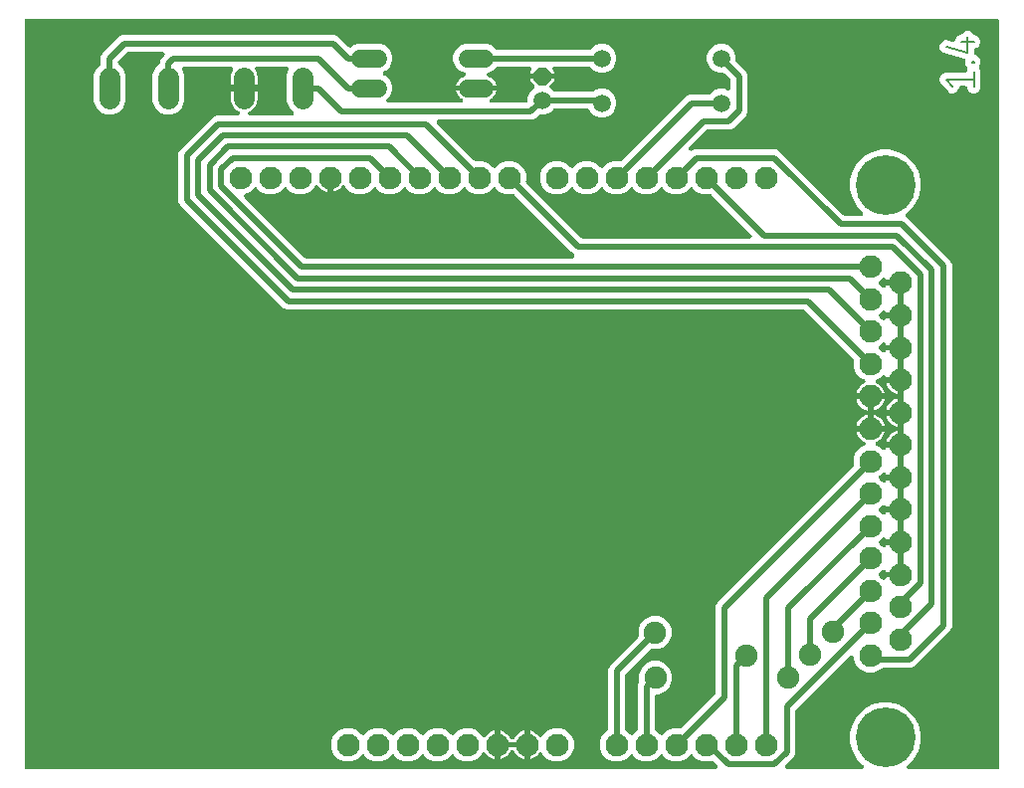
<source format=gbr>
G04 EAGLE Gerber X2 export*
%TF.Part,Single*%
%TF.FileFunction,Copper,L2,Bot,Mixed*%
%TF.FilePolarity,Positive*%
%TF.GenerationSoftware,Autodesk,EAGLE,9.6.2*%
%TF.CreationDate,2020-09-24T16:34:45Z*%
G75*
%MOMM*%
%FSLAX34Y34*%
%LPD*%
%INBottom Copper*%
%AMOC8*
5,1,8,0,0,1.08239X$1,22.5*%
G01*
%ADD10C,0.203200*%
%ADD11C,1.930400*%
%ADD12C,5.080000*%
%ADD13C,1.790700*%
%ADD14C,1.500000*%
%ADD15P,1.623585X8X112.500000*%
%ADD16C,1.500000*%
%ADD17C,0.508000*%
%ADD18C,1.900000*%

G36*
X-81240Y4574D02*
X-81240Y4574D01*
X-81249Y4573D01*
X-81441Y4594D01*
X-81632Y4613D01*
X-81641Y4615D01*
X-81650Y4616D01*
X-81832Y4674D01*
X-82017Y4731D01*
X-82025Y4735D01*
X-82033Y4738D01*
X-82202Y4831D01*
X-82371Y4923D01*
X-82378Y4928D01*
X-82386Y4933D01*
X-82533Y5057D01*
X-82680Y5180D01*
X-82686Y5187D01*
X-82693Y5193D01*
X-82812Y5344D01*
X-82933Y5494D01*
X-82937Y5502D01*
X-82942Y5509D01*
X-83030Y5682D01*
X-83118Y5851D01*
X-83121Y5860D01*
X-83125Y5868D01*
X-83177Y6054D01*
X-83230Y6238D01*
X-83230Y6247D01*
X-83233Y6256D01*
X-83247Y6449D01*
X-83262Y6640D01*
X-83261Y6648D01*
X-83262Y6657D01*
X-83238Y6850D01*
X-83216Y7039D01*
X-83213Y7048D01*
X-83212Y7057D01*
X-83150Y7240D01*
X-83091Y7422D01*
X-83086Y7430D01*
X-83083Y7438D01*
X-82987Y7605D01*
X-82893Y7773D01*
X-82887Y7780D01*
X-82883Y7787D01*
X-82668Y8040D01*
X-77616Y13092D01*
X-73670Y19927D01*
X-71627Y27550D01*
X-71627Y35442D01*
X-73670Y43065D01*
X-77616Y49900D01*
X-83196Y55480D01*
X-90031Y59426D01*
X-97654Y61469D01*
X-105546Y61469D01*
X-113169Y59426D01*
X-120004Y55480D01*
X-125584Y49900D01*
X-129530Y43065D01*
X-131573Y35442D01*
X-131573Y27550D01*
X-129530Y19927D01*
X-125584Y13092D01*
X-120532Y8040D01*
X-120526Y8033D01*
X-120520Y8028D01*
X-120399Y7878D01*
X-120277Y7729D01*
X-120273Y7721D01*
X-120267Y7714D01*
X-120179Y7544D01*
X-120088Y7373D01*
X-120086Y7364D01*
X-120082Y7357D01*
X-120029Y7172D01*
X-119974Y6987D01*
X-119973Y6978D01*
X-119970Y6970D01*
X-119955Y6778D01*
X-119937Y6586D01*
X-119938Y6577D01*
X-119938Y6568D01*
X-119960Y6379D01*
X-119981Y6186D01*
X-119983Y6177D01*
X-119984Y6169D01*
X-120044Y5987D01*
X-120102Y5802D01*
X-120106Y5794D01*
X-120109Y5786D01*
X-120204Y5617D01*
X-120297Y5450D01*
X-120303Y5443D01*
X-120307Y5435D01*
X-120433Y5289D01*
X-120557Y5143D01*
X-120565Y5137D01*
X-120570Y5130D01*
X-120722Y5013D01*
X-120873Y4893D01*
X-120881Y4889D01*
X-120888Y4884D01*
X-121061Y4798D01*
X-121232Y4711D01*
X-121241Y4708D01*
X-121249Y4704D01*
X-121435Y4654D01*
X-121620Y4603D01*
X-121629Y4602D01*
X-121638Y4600D01*
X-121968Y4573D01*
X-184934Y4573D01*
X-184943Y4574D01*
X-184952Y4573D01*
X-185144Y4594D01*
X-185335Y4613D01*
X-185344Y4615D01*
X-185353Y4616D01*
X-185535Y4674D01*
X-185720Y4731D01*
X-185728Y4735D01*
X-185736Y4738D01*
X-185905Y4831D01*
X-186074Y4923D01*
X-186081Y4928D01*
X-186089Y4933D01*
X-186236Y5057D01*
X-186383Y5180D01*
X-186389Y5187D01*
X-186396Y5193D01*
X-186515Y5344D01*
X-186636Y5494D01*
X-186640Y5502D01*
X-186645Y5509D01*
X-186733Y5682D01*
X-186821Y5851D01*
X-186824Y5860D01*
X-186828Y5868D01*
X-186880Y6054D01*
X-186933Y6238D01*
X-186933Y6247D01*
X-186936Y6256D01*
X-186950Y6449D01*
X-186965Y6640D01*
X-186964Y6648D01*
X-186965Y6657D01*
X-186941Y6850D01*
X-186919Y7039D01*
X-186916Y7048D01*
X-186915Y7057D01*
X-186853Y7240D01*
X-186794Y7422D01*
X-186789Y7430D01*
X-186786Y7438D01*
X-186690Y7605D01*
X-186596Y7773D01*
X-186590Y7780D01*
X-186585Y7787D01*
X-186371Y8040D01*
X-181677Y12734D01*
X-179390Y15021D01*
X-178307Y17635D01*
X-178307Y53870D01*
X-178305Y53897D01*
X-178307Y53924D01*
X-178285Y54098D01*
X-178267Y54271D01*
X-178260Y54297D01*
X-178256Y54323D01*
X-178201Y54489D01*
X-178149Y54656D01*
X-178136Y54680D01*
X-178128Y54705D01*
X-178041Y54857D01*
X-177957Y55010D01*
X-177940Y55030D01*
X-177927Y55054D01*
X-177712Y55307D01*
X-131992Y101027D01*
X-131985Y101032D01*
X-131980Y101039D01*
X-131830Y101160D01*
X-131681Y101282D01*
X-131673Y101286D01*
X-131666Y101292D01*
X-131495Y101381D01*
X-131325Y101470D01*
X-131317Y101473D01*
X-131309Y101477D01*
X-131123Y101530D01*
X-130939Y101585D01*
X-130930Y101586D01*
X-130922Y101589D01*
X-130730Y101604D01*
X-130538Y101622D01*
X-130529Y101621D01*
X-130520Y101621D01*
X-130331Y101599D01*
X-130138Y101578D01*
X-130129Y101576D01*
X-130121Y101575D01*
X-129938Y101515D01*
X-129754Y101457D01*
X-129746Y101452D01*
X-129738Y101450D01*
X-129569Y101355D01*
X-129402Y101262D01*
X-129395Y101256D01*
X-129387Y101252D01*
X-129241Y101126D01*
X-129095Y101001D01*
X-129089Y100994D01*
X-129082Y100989D01*
X-128965Y100837D01*
X-128845Y100686D01*
X-128841Y100678D01*
X-128836Y100671D01*
X-128750Y100498D01*
X-128663Y100327D01*
X-128660Y100318D01*
X-128656Y100310D01*
X-128606Y100124D01*
X-128555Y99939D01*
X-128554Y99930D01*
X-128552Y99921D01*
X-128525Y99590D01*
X-128525Y98262D01*
X-126359Y93034D01*
X-122358Y89033D01*
X-117130Y86867D01*
X-111470Y86867D01*
X-106242Y89033D01*
X-105193Y90082D01*
X-105172Y90099D01*
X-105155Y90120D01*
X-105016Y90227D01*
X-104881Y90337D01*
X-104858Y90350D01*
X-104837Y90366D01*
X-104680Y90444D01*
X-104526Y90526D01*
X-104500Y90534D01*
X-104476Y90546D01*
X-104307Y90591D01*
X-104140Y90641D01*
X-104113Y90643D01*
X-104087Y90650D01*
X-103757Y90677D01*
X-79865Y90677D01*
X-77251Y91760D01*
X-46040Y122971D01*
X-44957Y125585D01*
X-44957Y434185D01*
X-46040Y436799D01*
X-81360Y472119D01*
X-83838Y474597D01*
X-83890Y474660D01*
X-83949Y474717D01*
X-84017Y474816D01*
X-84093Y474908D01*
X-84132Y474981D01*
X-84178Y475049D01*
X-84226Y475158D01*
X-84282Y475264D01*
X-84305Y475343D01*
X-84338Y475418D01*
X-84362Y475535D01*
X-84396Y475650D01*
X-84404Y475732D01*
X-84421Y475812D01*
X-84422Y475932D01*
X-84433Y476051D01*
X-84424Y476133D01*
X-84425Y476215D01*
X-84402Y476332D01*
X-84389Y476451D01*
X-84365Y476530D01*
X-84349Y476610D01*
X-84304Y476721D01*
X-84268Y476835D01*
X-84228Y476907D01*
X-84197Y476983D01*
X-84131Y477083D01*
X-84073Y477187D01*
X-84020Y477250D01*
X-83975Y477319D01*
X-83890Y477403D01*
X-83813Y477494D01*
X-83748Y477545D01*
X-83690Y477603D01*
X-83565Y477690D01*
X-83497Y477744D01*
X-83461Y477762D01*
X-83417Y477792D01*
X-83196Y477920D01*
X-77616Y483500D01*
X-73670Y490335D01*
X-71627Y497958D01*
X-71627Y505850D01*
X-73670Y513473D01*
X-77616Y520308D01*
X-83196Y525888D01*
X-90031Y529834D01*
X-97654Y531877D01*
X-105546Y531877D01*
X-113169Y529834D01*
X-120004Y525888D01*
X-125584Y520308D01*
X-129530Y513473D01*
X-131573Y505850D01*
X-131573Y497958D01*
X-129530Y490335D01*
X-125584Y483500D01*
X-121040Y478956D01*
X-121034Y478949D01*
X-121028Y478944D01*
X-120907Y478794D01*
X-120785Y478645D01*
X-120781Y478637D01*
X-120775Y478630D01*
X-120687Y478460D01*
X-120596Y478289D01*
X-120594Y478280D01*
X-120590Y478273D01*
X-120537Y478088D01*
X-120482Y477903D01*
X-120481Y477894D01*
X-120478Y477886D01*
X-120463Y477694D01*
X-120445Y477502D01*
X-120446Y477493D01*
X-120446Y477484D01*
X-120468Y477295D01*
X-120489Y477102D01*
X-120491Y477093D01*
X-120492Y477085D01*
X-120552Y476903D01*
X-120610Y476718D01*
X-120614Y476710D01*
X-120617Y476702D01*
X-120712Y476533D01*
X-120805Y476366D01*
X-120811Y476359D01*
X-120815Y476351D01*
X-120941Y476205D01*
X-121065Y476059D01*
X-121073Y476053D01*
X-121078Y476046D01*
X-121230Y475929D01*
X-121381Y475809D01*
X-121389Y475805D01*
X-121396Y475800D01*
X-121569Y475714D01*
X-121740Y475627D01*
X-121749Y475624D01*
X-121757Y475620D01*
X-121943Y475570D01*
X-122128Y475519D01*
X-122137Y475518D01*
X-122146Y475516D01*
X-122476Y475489D01*
X-136080Y475489D01*
X-136107Y475491D01*
X-136134Y475489D01*
X-136308Y475511D01*
X-136481Y475529D01*
X-136507Y475536D01*
X-136533Y475540D01*
X-136699Y475595D01*
X-136866Y475647D01*
X-136890Y475660D01*
X-136915Y475668D01*
X-137067Y475755D01*
X-137220Y475839D01*
X-137241Y475856D01*
X-137264Y475869D01*
X-137517Y476084D01*
X-192227Y530794D01*
X-192301Y530824D01*
X-192301Y530825D01*
X-194841Y531877D01*
X-264051Y531877D01*
X-266248Y530967D01*
X-266252Y530965D01*
X-266256Y530963D01*
X-266441Y530908D01*
X-266633Y530850D01*
X-266638Y530850D01*
X-266642Y530849D01*
X-266840Y530831D01*
X-267034Y530812D01*
X-267038Y530813D01*
X-267043Y530812D01*
X-267242Y530834D01*
X-267434Y530854D01*
X-267439Y530855D01*
X-267443Y530856D01*
X-267634Y530916D01*
X-267819Y530974D01*
X-267823Y530976D01*
X-267827Y530977D01*
X-267999Y531072D01*
X-268172Y531167D01*
X-268176Y531170D01*
X-268179Y531172D01*
X-268327Y531297D01*
X-268480Y531426D01*
X-268483Y531429D01*
X-268486Y531432D01*
X-268608Y531586D01*
X-268731Y531741D01*
X-268733Y531745D01*
X-268736Y531748D01*
X-268825Y531924D01*
X-268915Y532099D01*
X-268916Y532103D01*
X-268918Y532107D01*
X-268972Y532299D01*
X-269025Y532486D01*
X-269025Y532491D01*
X-269026Y532495D01*
X-269041Y532696D01*
X-269056Y532888D01*
X-269055Y532892D01*
X-269056Y532897D01*
X-269031Y533094D01*
X-269007Y533287D01*
X-269006Y533292D01*
X-269005Y533296D01*
X-268944Y533480D01*
X-268881Y533670D01*
X-268878Y533674D01*
X-268877Y533678D01*
X-268779Y533848D01*
X-268681Y534019D01*
X-268678Y534023D01*
X-268676Y534027D01*
X-268461Y534280D01*
X-254189Y548552D01*
X-254168Y548569D01*
X-254151Y548590D01*
X-254013Y548697D01*
X-253877Y548807D01*
X-253854Y548820D01*
X-253832Y548836D01*
X-253676Y548914D01*
X-253522Y548996D01*
X-253496Y549004D01*
X-253472Y549016D01*
X-253303Y549061D01*
X-253136Y549111D01*
X-253109Y549113D01*
X-253083Y549120D01*
X-252752Y549147D01*
X-233535Y549147D01*
X-230921Y550230D01*
X-220030Y561121D01*
X-218947Y563735D01*
X-218947Y595775D01*
X-220030Y598389D01*
X-228632Y606991D01*
X-228649Y607012D01*
X-228670Y607029D01*
X-228777Y607167D01*
X-228887Y607303D01*
X-228900Y607326D01*
X-228916Y607348D01*
X-228994Y607504D01*
X-229076Y607658D01*
X-229084Y607684D01*
X-229096Y607708D01*
X-229141Y607877D01*
X-229191Y608044D01*
X-229193Y608071D01*
X-229200Y608097D01*
X-229227Y608428D01*
X-229227Y612001D01*
X-231065Y616439D01*
X-234461Y619835D01*
X-238899Y621673D01*
X-243701Y621673D01*
X-248139Y619835D01*
X-251535Y616439D01*
X-253373Y612001D01*
X-253373Y607199D01*
X-251535Y602761D01*
X-248139Y599365D01*
X-243701Y597527D01*
X-240128Y597527D01*
X-240101Y597525D01*
X-240074Y597527D01*
X-239900Y597505D01*
X-239727Y597487D01*
X-239701Y597480D01*
X-239675Y597476D01*
X-239509Y597421D01*
X-239342Y597369D01*
X-239318Y597356D01*
X-239293Y597348D01*
X-239141Y597261D01*
X-238988Y597177D01*
X-238968Y597160D01*
X-238944Y597147D01*
X-238691Y596932D01*
X-233768Y592009D01*
X-233751Y591988D01*
X-233730Y591971D01*
X-233623Y591833D01*
X-233513Y591697D01*
X-233500Y591674D01*
X-233484Y591652D01*
X-233406Y591496D01*
X-233324Y591342D01*
X-233316Y591316D01*
X-233304Y591292D01*
X-233259Y591123D01*
X-233209Y590956D01*
X-233207Y590929D01*
X-233200Y590903D01*
X-233173Y590572D01*
X-233173Y584241D01*
X-233174Y584228D01*
X-233173Y584214D01*
X-233194Y584028D01*
X-233213Y583840D01*
X-233217Y583828D01*
X-233218Y583814D01*
X-233276Y583635D01*
X-233331Y583455D01*
X-233337Y583444D01*
X-233341Y583431D01*
X-233433Y583266D01*
X-233523Y583101D01*
X-233531Y583091D01*
X-233538Y583079D01*
X-233660Y582936D01*
X-233780Y582792D01*
X-233791Y582784D01*
X-233799Y582774D01*
X-233948Y582657D01*
X-234094Y582540D01*
X-234106Y582534D01*
X-234116Y582525D01*
X-234285Y582441D01*
X-234451Y582354D01*
X-234464Y582351D01*
X-234476Y582345D01*
X-234657Y582295D01*
X-234838Y582243D01*
X-234852Y582242D01*
X-234865Y582238D01*
X-235053Y582225D01*
X-235240Y582210D01*
X-235253Y582212D01*
X-235266Y582211D01*
X-235454Y582235D01*
X-235639Y582257D01*
X-235652Y582261D01*
X-235665Y582263D01*
X-235981Y582364D01*
X-238899Y583573D01*
X-243701Y583573D01*
X-248139Y581735D01*
X-250666Y579208D01*
X-250686Y579191D01*
X-250704Y579170D01*
X-250842Y579063D01*
X-250977Y578953D01*
X-251001Y578940D01*
X-251022Y578924D01*
X-251179Y578846D01*
X-251333Y578764D01*
X-251358Y578756D01*
X-251383Y578744D01*
X-251552Y578699D01*
X-251719Y578649D01*
X-251745Y578647D01*
X-251771Y578640D01*
X-252102Y578613D01*
X-268115Y578613D01*
X-270729Y577530D01*
X-273016Y575243D01*
X-325466Y522793D01*
X-325483Y522779D01*
X-325498Y522761D01*
X-325639Y522651D01*
X-325777Y522538D01*
X-325797Y522527D01*
X-325815Y522513D01*
X-325976Y522433D01*
X-326133Y522349D01*
X-326155Y522343D01*
X-326175Y522333D01*
X-326348Y522285D01*
X-326519Y522235D01*
X-326542Y522232D01*
X-326564Y522227D01*
X-326742Y522214D01*
X-326920Y522198D01*
X-326943Y522201D01*
X-326965Y522199D01*
X-327142Y522222D01*
X-327165Y522225D01*
X-333030Y522225D01*
X-338258Y520059D01*
X-341464Y516853D01*
X-341477Y516842D01*
X-341489Y516828D01*
X-341633Y516714D01*
X-341775Y516598D01*
X-341791Y516590D01*
X-341805Y516579D01*
X-341969Y516495D01*
X-342131Y516409D01*
X-342148Y516404D01*
X-342164Y516396D01*
X-342341Y516347D01*
X-342517Y516295D01*
X-342535Y516293D01*
X-342552Y516288D01*
X-342735Y516275D01*
X-342918Y516258D01*
X-342936Y516260D01*
X-342953Y516259D01*
X-343135Y516282D01*
X-343318Y516302D01*
X-343335Y516307D01*
X-343353Y516309D01*
X-343526Y516368D01*
X-343702Y516423D01*
X-343718Y516432D01*
X-343734Y516438D01*
X-343894Y516529D01*
X-344054Y516618D01*
X-344068Y516629D01*
X-344083Y516638D01*
X-344336Y516853D01*
X-347542Y520059D01*
X-352770Y522225D01*
X-358430Y522225D01*
X-363658Y520059D01*
X-366864Y516853D01*
X-366877Y516842D01*
X-366889Y516828D01*
X-367033Y516714D01*
X-367175Y516598D01*
X-367191Y516590D01*
X-367205Y516579D01*
X-367369Y516495D01*
X-367531Y516409D01*
X-367548Y516404D01*
X-367564Y516396D01*
X-367741Y516347D01*
X-367917Y516295D01*
X-367935Y516293D01*
X-367952Y516288D01*
X-368135Y516275D01*
X-368318Y516258D01*
X-368336Y516260D01*
X-368353Y516259D01*
X-368535Y516282D01*
X-368718Y516302D01*
X-368735Y516307D01*
X-368753Y516309D01*
X-368926Y516368D01*
X-369102Y516423D01*
X-369118Y516432D01*
X-369134Y516438D01*
X-369294Y516529D01*
X-369454Y516618D01*
X-369468Y516629D01*
X-369483Y516638D01*
X-369736Y516853D01*
X-372942Y520059D01*
X-378170Y522225D01*
X-383830Y522225D01*
X-389058Y520059D01*
X-393059Y516058D01*
X-395225Y510830D01*
X-395225Y505170D01*
X-393059Y499942D01*
X-389058Y495941D01*
X-383830Y493775D01*
X-378170Y493775D01*
X-372942Y495941D01*
X-369736Y499147D01*
X-369722Y499158D01*
X-369711Y499172D01*
X-369567Y499285D01*
X-369425Y499402D01*
X-369409Y499410D01*
X-369395Y499421D01*
X-369231Y499505D01*
X-369069Y499591D01*
X-369052Y499596D01*
X-369036Y499604D01*
X-368859Y499653D01*
X-368683Y499705D01*
X-368665Y499707D01*
X-368648Y499712D01*
X-368465Y499725D01*
X-368282Y499742D01*
X-368264Y499740D01*
X-368247Y499741D01*
X-368065Y499718D01*
X-367882Y499698D01*
X-367865Y499693D01*
X-367847Y499691D01*
X-367673Y499632D01*
X-367498Y499577D01*
X-367482Y499568D01*
X-367466Y499562D01*
X-367306Y499471D01*
X-367146Y499382D01*
X-367132Y499371D01*
X-367117Y499362D01*
X-366864Y499147D01*
X-363658Y495941D01*
X-358430Y493775D01*
X-352770Y493775D01*
X-347542Y495941D01*
X-344336Y499147D01*
X-344322Y499158D01*
X-344311Y499172D01*
X-344167Y499285D01*
X-344025Y499402D01*
X-344009Y499410D01*
X-343995Y499421D01*
X-343831Y499505D01*
X-343669Y499591D01*
X-343652Y499596D01*
X-343636Y499604D01*
X-343459Y499653D01*
X-343283Y499705D01*
X-343265Y499707D01*
X-343248Y499712D01*
X-343065Y499725D01*
X-342882Y499742D01*
X-342864Y499740D01*
X-342847Y499741D01*
X-342665Y499718D01*
X-342482Y499698D01*
X-342465Y499693D01*
X-342447Y499691D01*
X-342273Y499632D01*
X-342098Y499577D01*
X-342082Y499568D01*
X-342066Y499562D01*
X-341906Y499471D01*
X-341746Y499382D01*
X-341732Y499371D01*
X-341717Y499362D01*
X-341464Y499147D01*
X-338258Y495941D01*
X-333030Y493775D01*
X-327370Y493775D01*
X-322142Y495941D01*
X-318936Y499147D01*
X-318922Y499158D01*
X-318911Y499172D01*
X-318767Y499285D01*
X-318625Y499402D01*
X-318609Y499410D01*
X-318595Y499421D01*
X-318431Y499505D01*
X-318269Y499591D01*
X-318252Y499596D01*
X-318236Y499604D01*
X-318059Y499653D01*
X-317883Y499705D01*
X-317865Y499707D01*
X-317848Y499712D01*
X-317665Y499725D01*
X-317482Y499742D01*
X-317464Y499740D01*
X-317447Y499741D01*
X-317265Y499718D01*
X-317082Y499698D01*
X-317065Y499693D01*
X-317047Y499691D01*
X-316873Y499632D01*
X-316698Y499577D01*
X-316682Y499568D01*
X-316666Y499562D01*
X-316506Y499471D01*
X-316346Y499382D01*
X-316332Y499371D01*
X-316317Y499362D01*
X-316064Y499147D01*
X-312858Y495941D01*
X-307630Y493775D01*
X-301970Y493775D01*
X-296742Y495941D01*
X-293536Y499147D01*
X-293523Y499158D01*
X-293511Y499172D01*
X-293367Y499286D01*
X-293225Y499402D01*
X-293209Y499410D01*
X-293195Y499421D01*
X-293031Y499505D01*
X-292869Y499591D01*
X-292852Y499596D01*
X-292836Y499604D01*
X-292659Y499653D01*
X-292483Y499705D01*
X-292465Y499707D01*
X-292448Y499712D01*
X-292265Y499725D01*
X-292082Y499742D01*
X-292064Y499740D01*
X-292047Y499741D01*
X-291865Y499718D01*
X-291682Y499698D01*
X-291665Y499693D01*
X-291647Y499691D01*
X-291474Y499632D01*
X-291298Y499577D01*
X-291282Y499568D01*
X-291266Y499562D01*
X-291106Y499471D01*
X-290946Y499382D01*
X-290932Y499371D01*
X-290917Y499362D01*
X-290664Y499147D01*
X-287458Y495941D01*
X-282230Y493775D01*
X-276570Y493775D01*
X-271342Y495941D01*
X-268136Y499147D01*
X-268123Y499158D01*
X-268111Y499172D01*
X-267967Y499286D01*
X-267825Y499402D01*
X-267809Y499410D01*
X-267795Y499421D01*
X-267631Y499505D01*
X-267469Y499591D01*
X-267452Y499596D01*
X-267436Y499604D01*
X-267259Y499653D01*
X-267083Y499705D01*
X-267065Y499707D01*
X-267048Y499712D01*
X-266865Y499725D01*
X-266682Y499742D01*
X-266664Y499740D01*
X-266647Y499741D01*
X-266465Y499718D01*
X-266282Y499698D01*
X-266265Y499693D01*
X-266247Y499691D01*
X-266074Y499632D01*
X-265898Y499577D01*
X-265882Y499568D01*
X-265866Y499562D01*
X-265706Y499471D01*
X-265546Y499382D01*
X-265532Y499371D01*
X-265517Y499362D01*
X-265264Y499147D01*
X-262058Y495941D01*
X-256830Y493775D01*
X-251003Y493775D01*
X-250871Y493785D01*
X-250693Y493802D01*
X-250671Y493800D01*
X-250649Y493801D01*
X-250470Y493779D01*
X-250293Y493760D01*
X-250272Y493754D01*
X-250249Y493751D01*
X-250080Y493694D01*
X-249908Y493640D01*
X-249889Y493630D01*
X-249868Y493623D01*
X-249713Y493533D01*
X-249555Y493447D01*
X-249538Y493433D01*
X-249519Y493422D01*
X-249266Y493207D01*
X-215711Y459652D01*
X-215706Y459645D01*
X-215699Y459640D01*
X-215578Y459490D01*
X-215456Y459341D01*
X-215452Y459333D01*
X-215446Y459326D01*
X-215357Y459155D01*
X-215268Y458985D01*
X-215265Y458977D01*
X-215261Y458969D01*
X-215208Y458783D01*
X-215153Y458599D01*
X-215152Y458590D01*
X-215149Y458582D01*
X-215134Y458390D01*
X-215116Y458198D01*
X-215117Y458189D01*
X-215117Y458180D01*
X-215139Y457991D01*
X-215160Y457798D01*
X-215162Y457789D01*
X-215163Y457781D01*
X-215223Y457599D01*
X-215281Y457414D01*
X-215286Y457406D01*
X-215288Y457398D01*
X-215383Y457229D01*
X-215476Y457062D01*
X-215482Y457055D01*
X-215486Y457047D01*
X-215612Y456901D01*
X-215737Y456755D01*
X-215744Y456749D01*
X-215749Y456742D01*
X-215901Y456625D01*
X-216052Y456505D01*
X-216060Y456501D01*
X-216067Y456496D01*
X-216240Y456410D01*
X-216411Y456323D01*
X-216420Y456320D01*
X-216428Y456316D01*
X-216614Y456266D01*
X-216799Y456215D01*
X-216808Y456214D01*
X-216817Y456212D01*
X-217148Y456185D01*
X-358924Y456185D01*
X-358951Y456187D01*
X-358978Y456185D01*
X-359152Y456207D01*
X-359325Y456225D01*
X-359351Y456232D01*
X-359377Y456236D01*
X-359543Y456291D01*
X-359710Y456343D01*
X-359734Y456356D01*
X-359759Y456364D01*
X-359911Y456451D01*
X-360064Y456535D01*
X-360084Y456552D01*
X-360108Y456565D01*
X-360361Y456780D01*
X-406847Y503266D01*
X-406861Y503283D01*
X-406879Y503298D01*
X-406989Y503439D01*
X-407102Y503577D01*
X-407113Y503597D01*
X-407127Y503615D01*
X-407207Y503776D01*
X-407291Y503933D01*
X-407297Y503955D01*
X-407307Y503975D01*
X-407355Y504148D01*
X-407405Y504319D01*
X-407408Y504342D01*
X-407413Y504364D01*
X-407426Y504542D01*
X-407442Y504720D01*
X-407439Y504743D01*
X-407441Y504765D01*
X-407418Y504942D01*
X-407415Y504965D01*
X-407415Y510830D01*
X-409581Y516058D01*
X-413582Y520059D01*
X-418810Y522225D01*
X-424470Y522225D01*
X-429698Y520059D01*
X-432904Y516853D01*
X-432917Y516842D01*
X-432929Y516828D01*
X-433073Y516714D01*
X-433215Y516598D01*
X-433231Y516590D01*
X-433245Y516579D01*
X-433409Y516495D01*
X-433571Y516409D01*
X-433588Y516404D01*
X-433604Y516396D01*
X-433781Y516347D01*
X-433957Y516295D01*
X-433975Y516293D01*
X-433992Y516288D01*
X-434175Y516275D01*
X-434358Y516258D01*
X-434376Y516260D01*
X-434393Y516259D01*
X-434575Y516282D01*
X-434758Y516302D01*
X-434775Y516307D01*
X-434793Y516309D01*
X-434966Y516368D01*
X-435142Y516423D01*
X-435158Y516432D01*
X-435174Y516438D01*
X-435334Y516529D01*
X-435494Y516618D01*
X-435508Y516629D01*
X-435523Y516638D01*
X-435776Y516853D01*
X-438982Y520059D01*
X-444210Y522225D01*
X-450036Y522225D01*
X-450168Y522215D01*
X-450346Y522198D01*
X-450368Y522200D01*
X-450391Y522199D01*
X-450569Y522221D01*
X-450746Y522240D01*
X-450768Y522246D01*
X-450791Y522249D01*
X-450960Y522306D01*
X-451131Y522359D01*
X-451151Y522370D01*
X-451172Y522377D01*
X-451327Y522467D01*
X-451484Y522552D01*
X-451501Y522567D01*
X-451521Y522578D01*
X-451774Y522793D01*
X-482909Y553928D01*
X-482914Y553935D01*
X-482921Y553940D01*
X-483042Y554090D01*
X-483164Y554239D01*
X-483168Y554247D01*
X-483174Y554254D01*
X-483263Y554425D01*
X-483352Y554595D01*
X-483355Y554603D01*
X-483359Y554611D01*
X-483412Y554797D01*
X-483467Y554981D01*
X-483468Y554990D01*
X-483471Y554998D01*
X-483486Y555190D01*
X-483504Y555382D01*
X-483503Y555391D01*
X-483503Y555400D01*
X-483481Y555589D01*
X-483460Y555782D01*
X-483458Y555791D01*
X-483457Y555799D01*
X-483397Y555981D01*
X-483339Y556166D01*
X-483334Y556174D01*
X-483332Y556182D01*
X-483237Y556351D01*
X-483144Y556518D01*
X-483138Y556525D01*
X-483134Y556533D01*
X-483008Y556679D01*
X-482883Y556825D01*
X-482876Y556831D01*
X-482871Y556838D01*
X-482719Y556955D01*
X-482568Y557075D01*
X-482560Y557079D01*
X-482553Y557084D01*
X-482380Y557170D01*
X-482209Y557257D01*
X-482200Y557260D01*
X-482192Y557264D01*
X-482006Y557314D01*
X-481821Y557365D01*
X-481812Y557366D01*
X-481803Y557368D01*
X-481472Y557395D01*
X-401817Y557395D01*
X-399203Y558478D01*
X-396309Y561372D01*
X-396288Y561389D01*
X-396271Y561410D01*
X-396133Y561517D01*
X-395997Y561627D01*
X-395974Y561640D01*
X-395952Y561656D01*
X-395796Y561734D01*
X-395642Y561816D01*
X-395616Y561824D01*
X-395592Y561836D01*
X-395423Y561881D01*
X-395256Y561931D01*
X-395229Y561933D01*
X-395203Y561940D01*
X-394872Y561967D01*
X-391299Y561967D01*
X-386861Y563805D01*
X-384334Y566332D01*
X-384314Y566349D01*
X-384296Y566370D01*
X-384158Y566477D01*
X-384023Y566587D01*
X-383999Y566600D01*
X-383978Y566616D01*
X-383821Y566694D01*
X-383667Y566776D01*
X-383641Y566784D01*
X-383617Y566796D01*
X-383448Y566841D01*
X-383281Y566891D01*
X-383255Y566893D01*
X-383229Y566900D01*
X-382898Y566927D01*
X-355431Y566927D01*
X-355408Y566925D01*
X-355386Y566927D01*
X-355209Y566905D01*
X-355030Y566887D01*
X-355009Y566881D01*
X-354986Y566878D01*
X-354817Y566822D01*
X-354645Y566769D01*
X-354625Y566759D01*
X-354604Y566752D01*
X-354449Y566663D01*
X-354291Y566577D01*
X-354274Y566563D01*
X-354254Y566552D01*
X-354120Y566435D01*
X-353982Y566320D01*
X-353968Y566302D01*
X-353951Y566288D01*
X-353842Y566146D01*
X-353729Y566006D01*
X-353719Y565986D01*
X-353706Y565968D01*
X-353554Y565673D01*
X-353135Y564661D01*
X-349739Y561265D01*
X-345301Y559427D01*
X-340499Y559427D01*
X-336061Y561265D01*
X-332665Y564661D01*
X-330827Y569099D01*
X-330827Y573901D01*
X-332665Y578339D01*
X-336061Y581735D01*
X-340499Y583573D01*
X-345301Y583573D01*
X-349744Y581732D01*
X-349746Y581731D01*
X-349764Y581710D01*
X-349902Y581603D01*
X-350037Y581493D01*
X-350061Y581480D01*
X-350082Y581464D01*
X-350239Y581386D01*
X-350393Y581304D01*
X-350418Y581296D01*
X-350443Y581284D01*
X-350612Y581239D01*
X-350779Y581189D01*
X-350805Y581187D01*
X-350831Y581180D01*
X-351162Y581153D01*
X-382898Y581153D01*
X-382925Y581155D01*
X-382951Y581153D01*
X-383125Y581175D01*
X-383299Y581193D01*
X-383324Y581200D01*
X-383351Y581204D01*
X-383516Y581259D01*
X-383683Y581311D01*
X-383707Y581324D01*
X-383732Y581332D01*
X-383884Y581419D01*
X-384038Y581503D01*
X-384058Y581520D01*
X-384081Y581533D01*
X-384334Y581748D01*
X-386787Y584201D01*
X-386799Y584214D01*
X-386812Y584226D01*
X-386926Y584370D01*
X-387042Y584512D01*
X-387051Y584528D01*
X-387062Y584542D01*
X-387145Y584706D01*
X-387231Y584868D01*
X-387236Y584885D01*
X-387244Y584901D01*
X-387293Y585078D01*
X-387346Y585254D01*
X-387347Y585271D01*
X-387352Y585289D01*
X-387365Y585472D01*
X-387382Y585655D01*
X-387380Y585672D01*
X-387381Y585690D01*
X-387358Y585872D01*
X-387339Y586055D01*
X-387333Y586072D01*
X-387331Y586090D01*
X-387273Y586263D01*
X-387217Y586439D01*
X-387208Y586454D01*
X-387203Y586471D01*
X-387111Y586631D01*
X-387022Y586791D01*
X-387011Y586805D01*
X-387002Y586820D01*
X-386787Y587073D01*
X-383659Y590201D01*
X-383659Y592329D01*
X-393700Y592329D01*
X-403741Y592329D01*
X-403741Y590201D01*
X-400613Y587073D01*
X-400601Y587059D01*
X-400588Y587048D01*
X-400474Y586904D01*
X-400358Y586762D01*
X-400349Y586746D01*
X-400338Y586732D01*
X-400255Y586568D01*
X-400169Y586406D01*
X-400164Y586389D01*
X-400156Y586373D01*
X-400107Y586196D01*
X-400054Y586020D01*
X-400053Y586002D01*
X-400048Y585985D01*
X-400035Y585802D01*
X-400018Y585619D01*
X-400020Y585601D01*
X-400019Y585584D01*
X-400042Y585401D01*
X-400061Y585219D01*
X-400067Y585202D01*
X-400069Y585184D01*
X-400127Y585010D01*
X-400183Y584835D01*
X-400192Y584819D01*
X-400197Y584802D01*
X-400289Y584643D01*
X-400378Y584483D01*
X-400389Y584469D01*
X-400398Y584454D01*
X-400613Y584201D01*
X-403935Y580879D01*
X-405773Y576441D01*
X-405773Y573652D01*
X-405775Y573634D01*
X-405773Y573616D01*
X-405794Y573434D01*
X-405813Y573251D01*
X-405818Y573234D01*
X-405820Y573217D01*
X-405877Y573042D01*
X-405931Y572866D01*
X-405939Y572851D01*
X-405945Y572834D01*
X-406035Y572674D01*
X-406123Y572512D01*
X-406134Y572499D01*
X-406143Y572483D01*
X-406263Y572344D01*
X-406380Y572203D01*
X-406394Y572192D01*
X-406406Y572178D01*
X-406552Y572065D01*
X-406694Y571951D01*
X-406710Y571943D01*
X-406724Y571932D01*
X-406889Y571850D01*
X-407051Y571765D01*
X-407068Y571760D01*
X-407084Y571752D01*
X-407263Y571705D01*
X-407438Y571654D01*
X-407456Y571652D01*
X-407473Y571648D01*
X-407804Y571621D01*
X-436311Y571621D01*
X-436437Y571633D01*
X-436563Y571636D01*
X-436636Y571653D01*
X-436711Y571661D01*
X-436832Y571698D01*
X-436956Y571726D01*
X-437024Y571757D01*
X-437096Y571779D01*
X-437207Y571839D01*
X-437323Y571891D01*
X-437384Y571935D01*
X-437450Y571971D01*
X-437547Y572051D01*
X-437650Y572125D01*
X-437702Y572180D01*
X-437760Y572228D01*
X-437839Y572327D01*
X-437925Y572419D01*
X-437965Y572483D01*
X-438012Y572542D01*
X-438070Y572654D01*
X-438137Y572762D01*
X-438163Y572833D01*
X-438198Y572899D01*
X-438232Y573021D01*
X-438276Y573139D01*
X-438288Y573214D01*
X-438309Y573286D01*
X-438319Y573412D01*
X-438339Y573537D01*
X-438336Y573612D01*
X-438342Y573688D01*
X-438327Y573813D01*
X-438322Y573939D01*
X-438304Y574012D01*
X-438295Y574087D01*
X-438256Y574208D01*
X-438226Y574330D01*
X-438193Y574398D01*
X-438170Y574470D01*
X-438108Y574580D01*
X-438054Y574695D01*
X-438009Y574755D01*
X-437972Y574821D01*
X-437890Y574916D01*
X-437814Y575018D01*
X-437758Y575069D01*
X-437709Y575125D01*
X-437609Y575203D01*
X-437515Y575288D01*
X-437441Y575334D01*
X-437391Y575372D01*
X-437325Y575405D01*
X-437233Y575462D01*
X-436937Y575612D01*
X-435659Y576541D01*
X-434541Y577659D01*
X-433612Y578938D01*
X-432895Y580346D01*
X-432407Y581849D01*
X-432356Y582169D01*
X-457200Y582169D01*
X-467044Y582169D01*
X-466993Y581849D01*
X-466505Y580346D01*
X-465788Y578938D01*
X-464859Y577659D01*
X-463741Y576541D01*
X-462463Y575612D01*
X-462167Y575462D01*
X-462061Y575394D01*
X-461950Y575333D01*
X-461892Y575285D01*
X-461828Y575244D01*
X-461737Y575156D01*
X-461640Y575076D01*
X-461593Y575017D01*
X-461539Y574964D01*
X-461467Y574860D01*
X-461388Y574762D01*
X-461353Y574695D01*
X-461310Y574633D01*
X-461261Y574517D01*
X-461202Y574405D01*
X-461182Y574332D01*
X-461152Y574263D01*
X-461126Y574139D01*
X-461091Y574018D01*
X-461085Y573943D01*
X-461069Y573869D01*
X-461069Y573742D01*
X-461058Y573616D01*
X-461067Y573542D01*
X-461066Y573466D01*
X-461090Y573342D01*
X-461105Y573217D01*
X-461128Y573145D01*
X-461143Y573071D01*
X-461191Y572954D01*
X-461230Y572834D01*
X-461267Y572768D01*
X-461296Y572698D01*
X-461366Y572593D01*
X-461428Y572483D01*
X-461477Y572426D01*
X-461519Y572363D01*
X-461608Y572274D01*
X-461691Y572178D01*
X-461750Y572132D01*
X-461804Y572079D01*
X-461909Y572009D01*
X-462009Y571932D01*
X-462077Y571898D01*
X-462139Y571856D01*
X-462256Y571809D01*
X-462370Y571752D01*
X-462442Y571733D01*
X-462512Y571704D01*
X-462636Y571681D01*
X-462758Y571648D01*
X-462846Y571641D01*
X-462908Y571629D01*
X-462981Y571630D01*
X-463089Y571621D01*
X-524002Y571621D01*
X-524011Y571622D01*
X-524020Y571621D01*
X-524212Y571642D01*
X-524403Y571661D01*
X-524411Y571663D01*
X-524420Y571664D01*
X-524602Y571722D01*
X-524788Y571779D01*
X-524795Y571783D01*
X-524804Y571786D01*
X-524972Y571879D01*
X-525142Y571971D01*
X-525148Y571976D01*
X-525156Y571981D01*
X-525303Y572105D01*
X-525451Y572228D01*
X-525456Y572235D01*
X-525463Y572241D01*
X-525582Y572392D01*
X-525703Y572542D01*
X-525707Y572550D01*
X-525713Y572557D01*
X-525801Y572730D01*
X-525889Y572899D01*
X-525891Y572908D01*
X-525895Y572916D01*
X-525947Y573102D01*
X-526000Y573286D01*
X-526001Y573295D01*
X-526003Y573304D01*
X-526017Y573497D01*
X-526033Y573688D01*
X-526032Y573696D01*
X-526033Y573705D01*
X-526008Y573896D01*
X-525986Y574087D01*
X-525983Y574096D01*
X-525982Y574105D01*
X-525921Y574288D01*
X-525861Y574470D01*
X-525857Y574478D01*
X-525854Y574486D01*
X-525759Y574652D01*
X-525663Y574821D01*
X-525657Y574828D01*
X-525653Y574835D01*
X-525438Y575088D01*
X-523165Y577361D01*
X-521327Y581799D01*
X-521327Y586601D01*
X-523165Y591039D01*
X-526561Y594435D01*
X-527982Y595023D01*
X-527990Y595028D01*
X-527999Y595030D01*
X-528166Y595122D01*
X-528337Y595214D01*
X-528344Y595219D01*
X-528352Y595224D01*
X-528499Y595347D01*
X-528648Y595470D01*
X-528653Y595477D01*
X-528660Y595483D01*
X-528780Y595633D01*
X-528901Y595783D01*
X-528905Y595791D01*
X-528911Y595797D01*
X-528999Y595968D01*
X-529088Y596139D01*
X-529091Y596148D01*
X-529095Y596156D01*
X-529147Y596339D01*
X-529201Y596525D01*
X-529202Y596535D01*
X-529205Y596543D01*
X-529219Y596733D01*
X-529236Y596927D01*
X-529235Y596936D01*
X-529236Y596944D01*
X-529213Y597134D01*
X-529191Y597327D01*
X-529188Y597335D01*
X-529187Y597344D01*
X-529127Y597526D01*
X-529068Y597710D01*
X-529063Y597718D01*
X-529061Y597726D01*
X-528965Y597894D01*
X-528871Y598061D01*
X-528866Y598068D01*
X-528861Y598076D01*
X-528735Y598221D01*
X-528610Y598367D01*
X-528603Y598373D01*
X-528597Y598380D01*
X-528443Y598497D01*
X-528293Y598616D01*
X-528285Y598620D01*
X-528278Y598625D01*
X-527982Y598777D01*
X-526561Y599365D01*
X-523165Y602761D01*
X-521327Y607199D01*
X-521327Y612001D01*
X-523165Y616439D01*
X-526561Y619835D01*
X-530999Y621673D01*
X-550801Y621673D01*
X-555239Y619835D01*
X-555671Y619403D01*
X-555685Y619391D01*
X-555696Y619378D01*
X-555840Y619264D01*
X-555982Y619147D01*
X-555998Y619139D01*
X-556012Y619128D01*
X-556176Y619045D01*
X-556338Y618959D01*
X-556355Y618954D01*
X-556371Y618946D01*
X-556548Y618896D01*
X-556724Y618844D01*
X-556742Y618842D01*
X-556759Y618838D01*
X-556942Y618824D01*
X-557125Y618808D01*
X-557143Y618810D01*
X-557161Y618808D01*
X-557343Y618831D01*
X-557525Y618851D01*
X-557542Y618856D01*
X-557560Y618859D01*
X-557734Y618917D01*
X-557909Y618973D01*
X-557925Y618981D01*
X-557942Y618987D01*
X-558101Y619079D01*
X-558261Y619167D01*
X-558275Y619179D01*
X-558291Y619188D01*
X-558544Y619402D01*
X-567471Y628330D01*
X-570085Y629413D01*
X-750715Y629413D01*
X-753329Y628330D01*
X-765743Y615916D01*
X-765744Y615915D01*
X-768030Y613629D01*
X-769113Y611015D01*
X-769113Y605611D01*
X-769115Y605585D01*
X-769113Y605558D01*
X-769135Y605384D01*
X-769153Y605211D01*
X-769160Y605185D01*
X-769164Y605158D01*
X-769219Y604993D01*
X-769271Y604826D01*
X-769284Y604802D01*
X-769292Y604777D01*
X-769379Y604625D01*
X-769463Y604472D01*
X-769480Y604451D01*
X-769493Y604428D01*
X-769708Y604175D01*
X-773067Y600815D01*
X-775126Y595844D01*
X-775126Y572556D01*
X-773067Y567585D01*
X-769262Y563779D01*
X-764291Y561720D01*
X-758909Y561720D01*
X-753938Y563779D01*
X-750133Y567585D01*
X-748074Y572556D01*
X-748074Y595844D01*
X-750133Y600815D01*
X-753993Y604675D01*
X-754004Y604689D01*
X-754018Y604701D01*
X-754131Y604845D01*
X-754248Y604987D01*
X-754256Y605003D01*
X-754267Y605017D01*
X-754351Y605181D01*
X-754437Y605343D01*
X-754442Y605360D01*
X-754450Y605376D01*
X-754499Y605553D01*
X-754551Y605729D01*
X-754553Y605746D01*
X-754558Y605764D01*
X-754571Y605947D01*
X-754588Y606130D01*
X-754586Y606147D01*
X-754587Y606165D01*
X-754564Y606347D01*
X-754544Y606530D01*
X-754539Y606547D01*
X-754537Y606565D01*
X-754478Y606738D01*
X-754423Y606914D01*
X-754414Y606929D01*
X-754409Y606946D01*
X-754317Y607106D01*
X-754228Y607266D01*
X-754217Y607280D01*
X-754208Y607295D01*
X-753993Y607548D01*
X-746949Y614592D01*
X-746928Y614609D01*
X-746911Y614630D01*
X-746773Y614737D01*
X-746637Y614847D01*
X-746614Y614860D01*
X-746592Y614876D01*
X-746436Y614954D01*
X-746282Y615036D01*
X-746256Y615044D01*
X-746232Y615056D01*
X-746063Y615101D01*
X-745896Y615151D01*
X-745869Y615153D01*
X-745843Y615160D01*
X-745512Y615187D01*
X-716766Y615187D01*
X-716757Y615186D01*
X-716748Y615187D01*
X-716556Y615166D01*
X-716365Y615147D01*
X-716356Y615145D01*
X-716347Y615144D01*
X-716165Y615086D01*
X-715980Y615029D01*
X-715972Y615025D01*
X-715964Y615022D01*
X-715795Y614929D01*
X-715626Y614837D01*
X-715619Y614832D01*
X-715611Y614827D01*
X-715464Y614703D01*
X-715317Y614580D01*
X-715311Y614573D01*
X-715304Y614567D01*
X-715185Y614416D01*
X-715064Y614266D01*
X-715060Y614258D01*
X-715055Y614251D01*
X-714967Y614078D01*
X-714879Y613909D01*
X-714876Y613900D01*
X-714872Y613892D01*
X-714820Y613706D01*
X-714767Y613522D01*
X-714767Y613513D01*
X-714764Y613504D01*
X-714750Y613311D01*
X-714735Y613120D01*
X-714736Y613112D01*
X-714735Y613103D01*
X-714759Y612910D01*
X-714781Y612721D01*
X-714784Y612712D01*
X-714785Y612703D01*
X-714847Y612520D01*
X-714906Y612338D01*
X-714911Y612330D01*
X-714914Y612322D01*
X-715009Y612156D01*
X-715104Y611987D01*
X-715110Y611980D01*
X-715115Y611973D01*
X-715329Y611720D01*
X-717630Y609419D01*
X-718713Y606805D01*
X-718713Y606011D01*
X-718715Y605985D01*
X-718713Y605958D01*
X-718735Y605784D01*
X-718753Y605611D01*
X-718760Y605585D01*
X-718764Y605558D01*
X-718819Y605393D01*
X-718871Y605226D01*
X-718884Y605202D01*
X-718892Y605177D01*
X-718979Y605025D01*
X-719063Y604872D01*
X-719080Y604851D01*
X-719093Y604828D01*
X-719308Y604575D01*
X-723067Y600815D01*
X-725126Y595844D01*
X-725126Y572556D01*
X-723067Y567585D01*
X-719262Y563779D01*
X-714291Y561720D01*
X-708909Y561720D01*
X-703938Y563779D01*
X-700133Y567585D01*
X-698074Y572556D01*
X-698074Y595844D01*
X-699662Y599679D01*
X-699666Y599692D01*
X-699672Y599703D01*
X-699724Y599883D01*
X-699779Y600064D01*
X-699780Y600077D01*
X-699784Y600090D01*
X-699799Y600278D01*
X-699817Y600465D01*
X-699815Y600478D01*
X-699816Y600492D01*
X-699794Y600679D01*
X-699775Y600865D01*
X-699771Y600878D01*
X-699770Y600891D01*
X-699711Y601071D01*
X-699655Y601250D01*
X-699649Y601261D01*
X-699645Y601274D01*
X-699552Y601439D01*
X-699462Y601603D01*
X-699453Y601613D01*
X-699447Y601625D01*
X-699324Y601767D01*
X-699203Y601911D01*
X-699192Y601919D01*
X-699184Y601930D01*
X-699035Y602045D01*
X-698888Y602162D01*
X-698876Y602168D01*
X-698866Y602176D01*
X-698697Y602260D01*
X-698530Y602346D01*
X-698517Y602350D01*
X-698505Y602356D01*
X-698322Y602405D01*
X-698143Y602456D01*
X-698129Y602457D01*
X-698116Y602460D01*
X-697786Y602487D01*
X-658713Y602487D01*
X-658662Y602482D01*
X-658611Y602485D01*
X-658462Y602462D01*
X-658312Y602447D01*
X-658263Y602432D01*
X-658213Y602425D01*
X-658071Y602373D01*
X-657927Y602329D01*
X-657882Y602305D01*
X-657834Y602287D01*
X-657705Y602209D01*
X-657573Y602137D01*
X-657534Y602105D01*
X-657490Y602078D01*
X-657379Y601976D01*
X-657264Y601880D01*
X-657232Y601840D01*
X-657194Y601805D01*
X-657106Y601683D01*
X-657012Y601566D01*
X-656988Y601521D01*
X-656958Y601479D01*
X-656895Y601342D01*
X-656826Y601209D01*
X-656812Y601159D01*
X-656791Y601113D01*
X-656756Y600967D01*
X-656715Y600822D01*
X-656711Y600771D01*
X-656699Y600721D01*
X-656694Y600571D01*
X-656682Y600420D01*
X-656688Y600370D01*
X-656686Y600318D01*
X-656711Y600170D01*
X-656729Y600021D01*
X-656745Y599972D01*
X-656753Y599921D01*
X-656807Y599781D01*
X-656854Y599638D01*
X-656879Y599593D01*
X-656897Y599545D01*
X-657017Y599349D01*
X-657052Y599287D01*
X-657061Y599277D01*
X-657070Y599262D01*
X-657131Y599178D01*
X-657952Y597566D01*
X-658511Y595845D01*
X-658794Y594058D01*
X-658794Y587184D01*
X-648253Y587184D01*
X-648235Y587182D01*
X-648217Y587183D01*
X-648035Y587162D01*
X-647852Y587144D01*
X-647835Y587139D01*
X-647817Y587137D01*
X-647643Y587080D01*
X-647467Y587026D01*
X-647451Y587017D01*
X-647435Y587012D01*
X-647300Y586936D01*
X-647262Y586955D01*
X-647100Y587039D01*
X-647083Y587044D01*
X-647067Y587052D01*
X-646889Y587100D01*
X-646713Y587151D01*
X-646695Y587152D01*
X-646678Y587157D01*
X-646347Y587184D01*
X-635806Y587184D01*
X-635806Y594058D01*
X-636089Y595845D01*
X-636648Y597566D01*
X-637469Y599178D01*
X-637530Y599262D01*
X-637556Y599306D01*
X-637588Y599346D01*
X-637658Y599479D01*
X-637734Y599609D01*
X-637750Y599658D01*
X-637774Y599703D01*
X-637815Y599848D01*
X-637864Y599990D01*
X-637871Y600041D01*
X-637885Y600090D01*
X-637898Y600240D01*
X-637917Y600389D01*
X-637914Y600440D01*
X-637918Y600492D01*
X-637901Y600641D01*
X-637891Y600791D01*
X-637877Y600840D01*
X-637871Y600891D01*
X-637825Y601035D01*
X-637785Y601180D01*
X-637762Y601225D01*
X-637746Y601274D01*
X-637672Y601405D01*
X-637605Y601540D01*
X-637574Y601580D01*
X-637548Y601625D01*
X-637450Y601739D01*
X-637358Y601857D01*
X-637319Y601891D01*
X-637285Y601930D01*
X-637166Y602022D01*
X-637052Y602120D01*
X-637008Y602145D01*
X-636967Y602176D01*
X-636833Y602243D01*
X-636701Y602317D01*
X-636653Y602333D01*
X-636607Y602356D01*
X-636461Y602395D01*
X-636318Y602441D01*
X-636268Y602447D01*
X-636218Y602460D01*
X-635988Y602479D01*
X-635918Y602487D01*
X-635904Y602486D01*
X-635887Y602487D01*
X-611114Y602487D01*
X-611101Y602486D01*
X-611088Y602487D01*
X-610902Y602466D01*
X-610714Y602447D01*
X-610701Y602443D01*
X-610688Y602442D01*
X-610509Y602384D01*
X-610329Y602329D01*
X-610317Y602323D01*
X-610304Y602319D01*
X-610140Y602227D01*
X-609975Y602137D01*
X-609965Y602129D01*
X-609953Y602122D01*
X-609810Y602000D01*
X-609666Y601880D01*
X-609657Y601869D01*
X-609647Y601861D01*
X-609531Y601712D01*
X-609413Y601566D01*
X-609407Y601554D01*
X-609399Y601544D01*
X-609314Y601375D01*
X-609228Y601209D01*
X-609224Y601196D01*
X-609218Y601184D01*
X-609169Y601003D01*
X-609116Y600822D01*
X-609115Y600808D01*
X-609112Y600795D01*
X-609099Y600607D01*
X-609084Y600420D01*
X-609085Y600407D01*
X-609084Y600394D01*
X-609109Y600206D01*
X-609130Y600021D01*
X-609135Y600008D01*
X-609136Y599995D01*
X-609238Y599679D01*
X-610826Y595844D01*
X-610826Y572556D01*
X-608767Y567585D01*
X-605483Y564300D01*
X-605477Y564293D01*
X-605470Y564288D01*
X-605350Y564138D01*
X-605228Y563989D01*
X-605224Y563981D01*
X-605218Y563974D01*
X-605129Y563804D01*
X-605039Y563633D01*
X-605037Y563624D01*
X-605032Y563617D01*
X-604979Y563432D01*
X-604924Y563247D01*
X-604923Y563238D01*
X-604921Y563230D01*
X-604905Y563039D01*
X-604888Y562846D01*
X-604889Y562837D01*
X-604888Y562828D01*
X-604910Y562639D01*
X-604931Y562446D01*
X-604934Y562437D01*
X-604935Y562429D01*
X-604994Y562247D01*
X-605053Y562062D01*
X-605057Y562054D01*
X-605060Y562046D01*
X-605155Y561877D01*
X-605248Y561710D01*
X-605253Y561703D01*
X-605258Y561695D01*
X-605384Y561549D01*
X-605508Y561403D01*
X-605515Y561397D01*
X-605521Y561390D01*
X-605672Y561273D01*
X-605824Y561153D01*
X-605832Y561149D01*
X-605839Y561144D01*
X-606011Y561058D01*
X-606183Y560971D01*
X-606192Y560968D01*
X-606200Y560964D01*
X-606386Y560914D01*
X-606571Y560863D01*
X-606580Y560862D01*
X-606588Y560860D01*
X-606919Y560833D01*
X-641810Y560833D01*
X-641935Y560845D01*
X-642062Y560848D01*
X-642135Y560865D01*
X-642210Y560873D01*
X-642331Y560910D01*
X-642454Y560938D01*
X-642523Y560969D01*
X-642595Y560991D01*
X-642706Y561051D01*
X-642822Y561103D01*
X-642883Y561147D01*
X-642949Y561183D01*
X-643046Y561263D01*
X-643149Y561337D01*
X-643201Y561392D01*
X-643258Y561440D01*
X-643338Y561539D01*
X-643424Y561631D01*
X-643464Y561695D01*
X-643511Y561754D01*
X-643569Y561866D01*
X-643635Y561974D01*
X-643662Y562045D01*
X-643696Y562111D01*
X-643731Y562233D01*
X-643775Y562351D01*
X-643787Y562426D01*
X-643808Y562498D01*
X-643818Y562624D01*
X-643838Y562749D01*
X-643834Y562824D01*
X-643841Y562900D01*
X-643826Y563025D01*
X-643821Y563151D01*
X-643802Y563225D01*
X-643794Y563299D01*
X-643755Y563419D01*
X-643724Y563542D01*
X-643692Y563610D01*
X-643669Y563682D01*
X-643607Y563792D01*
X-643553Y563907D01*
X-643508Y563967D01*
X-643471Y564033D01*
X-643388Y564128D01*
X-643313Y564230D01*
X-643257Y564280D01*
X-643208Y564337D01*
X-643108Y564415D01*
X-643014Y564500D01*
X-642940Y564546D01*
X-642890Y564584D01*
X-642824Y564617D01*
X-642732Y564674D01*
X-641276Y565416D01*
X-639812Y566479D01*
X-638533Y567759D01*
X-637469Y569222D01*
X-636648Y570834D01*
X-636089Y572555D01*
X-635806Y574342D01*
X-635806Y581216D01*
X-646347Y581216D01*
X-646365Y581218D01*
X-646383Y581217D01*
X-646565Y581238D01*
X-646748Y581256D01*
X-646765Y581261D01*
X-646783Y581263D01*
X-646957Y581320D01*
X-647133Y581374D01*
X-647149Y581383D01*
X-647165Y581388D01*
X-647300Y581464D01*
X-647338Y581445D01*
X-647500Y581361D01*
X-647517Y581356D01*
X-647533Y581348D01*
X-647711Y581300D01*
X-647887Y581249D01*
X-647905Y581248D01*
X-647922Y581243D01*
X-648253Y581216D01*
X-658794Y581216D01*
X-658794Y574342D01*
X-658511Y572555D01*
X-657952Y570834D01*
X-657131Y569222D01*
X-656067Y567759D01*
X-654788Y566479D01*
X-653324Y565416D01*
X-651868Y564674D01*
X-651762Y564606D01*
X-651651Y564545D01*
X-651593Y564497D01*
X-651529Y564456D01*
X-651438Y564368D01*
X-651342Y564288D01*
X-651294Y564229D01*
X-651240Y564176D01*
X-651168Y564072D01*
X-651089Y563974D01*
X-651054Y563907D01*
X-651012Y563845D01*
X-650962Y563728D01*
X-650904Y563617D01*
X-650883Y563544D01*
X-650853Y563475D01*
X-650827Y563351D01*
X-650792Y563230D01*
X-650786Y563155D01*
X-650771Y563081D01*
X-650770Y562954D01*
X-650759Y562828D01*
X-650768Y562753D01*
X-650768Y562678D01*
X-650792Y562554D01*
X-650806Y562429D01*
X-650830Y562357D01*
X-650844Y562283D01*
X-650892Y562166D01*
X-650931Y562046D01*
X-650968Y561980D01*
X-650997Y561910D01*
X-651067Y561805D01*
X-651129Y561695D01*
X-651178Y561638D01*
X-651220Y561575D01*
X-651310Y561486D01*
X-651392Y561390D01*
X-651452Y561344D01*
X-651505Y561291D01*
X-651611Y561221D01*
X-651710Y561144D01*
X-651778Y561110D01*
X-651841Y561068D01*
X-651958Y561021D01*
X-652071Y560964D01*
X-652144Y560945D01*
X-652214Y560916D01*
X-652337Y560893D01*
X-652460Y560860D01*
X-652547Y560853D01*
X-652609Y560841D01*
X-652682Y560842D01*
X-652790Y560833D01*
X-670593Y560833D01*
X-673207Y559750D01*
X-675493Y557464D01*
X-675494Y557463D01*
X-701990Y530967D01*
X-703073Y528353D01*
X-703073Y487647D01*
X-701990Y485033D01*
X-613771Y396814D01*
X-612882Y396446D01*
X-611157Y395731D01*
X-171428Y395731D01*
X-171401Y395729D01*
X-171374Y395731D01*
X-171200Y395709D01*
X-171027Y395691D01*
X-171001Y395684D01*
X-170975Y395680D01*
X-170809Y395625D01*
X-170642Y395573D01*
X-170618Y395560D01*
X-170593Y395552D01*
X-170441Y395465D01*
X-170288Y395381D01*
X-170268Y395364D01*
X-170244Y395351D01*
X-169991Y395136D01*
X-129093Y354238D01*
X-129079Y354221D01*
X-129061Y354206D01*
X-128951Y354065D01*
X-128838Y353927D01*
X-128827Y353907D01*
X-128813Y353889D01*
X-128733Y353728D01*
X-128649Y353571D01*
X-128643Y353549D01*
X-128633Y353529D01*
X-128585Y353356D01*
X-128535Y353185D01*
X-128532Y353162D01*
X-128527Y353140D01*
X-128514Y352962D01*
X-128498Y352784D01*
X-128501Y352761D01*
X-128499Y352739D01*
X-128522Y352562D01*
X-128525Y352539D01*
X-128525Y346674D01*
X-126359Y341446D01*
X-122358Y337445D01*
X-119881Y336419D01*
X-119766Y336357D01*
X-119646Y336304D01*
X-119589Y336262D01*
X-119526Y336229D01*
X-119425Y336145D01*
X-119319Y336069D01*
X-119270Y336018D01*
X-119216Y335972D01*
X-119133Y335871D01*
X-119044Y335775D01*
X-119007Y335715D01*
X-118962Y335660D01*
X-118901Y335544D01*
X-118832Y335433D01*
X-118808Y335366D01*
X-118775Y335303D01*
X-118738Y335178D01*
X-118693Y335055D01*
X-118682Y334985D01*
X-118662Y334917D01*
X-118650Y334787D01*
X-118630Y334657D01*
X-118633Y334586D01*
X-118627Y334516D01*
X-118642Y334386D01*
X-118647Y334255D01*
X-118664Y334186D01*
X-118672Y334116D01*
X-118712Y333991D01*
X-118743Y333864D01*
X-118774Y333800D01*
X-118795Y333732D01*
X-118859Y333618D01*
X-118915Y333500D01*
X-118957Y333443D01*
X-118992Y333381D01*
X-119077Y333282D01*
X-119155Y333176D01*
X-119207Y333129D01*
X-119254Y333075D01*
X-119357Y332994D01*
X-119454Y332907D01*
X-119524Y332864D01*
X-119571Y332827D01*
X-119639Y332793D01*
X-119736Y332732D01*
X-120690Y332246D01*
X-122243Y331118D01*
X-123600Y329761D01*
X-124728Y328208D01*
X-125599Y326498D01*
X-126192Y324673D01*
X-126249Y324317D01*
X-114768Y324317D01*
X-114750Y324315D01*
X-114733Y324317D01*
X-114550Y324296D01*
X-114368Y324277D01*
X-114351Y324272D01*
X-114333Y324270D01*
X-114292Y324257D01*
X-114198Y324284D01*
X-114180Y324286D01*
X-114163Y324290D01*
X-113832Y324317D01*
X-102351Y324317D01*
X-102408Y324673D01*
X-103001Y326498D01*
X-103872Y328208D01*
X-105000Y329761D01*
X-106357Y331118D01*
X-107910Y332246D01*
X-108864Y332732D01*
X-108974Y332803D01*
X-109089Y332866D01*
X-109143Y332911D01*
X-109203Y332950D01*
X-109297Y333041D01*
X-109397Y333125D01*
X-109441Y333181D01*
X-109492Y333230D01*
X-109566Y333338D01*
X-109648Y333440D01*
X-109680Y333503D01*
X-109721Y333561D01*
X-109772Y333682D01*
X-109832Y333798D01*
X-109851Y333866D01*
X-109879Y333931D01*
X-109906Y334060D01*
X-109941Y334185D01*
X-109947Y334256D01*
X-109961Y334326D01*
X-109962Y334457D01*
X-109973Y334587D01*
X-109964Y334657D01*
X-109965Y334728D01*
X-109940Y334857D01*
X-109924Y334986D01*
X-109902Y335054D01*
X-109888Y335123D01*
X-109839Y335244D01*
X-109797Y335369D01*
X-109762Y335430D01*
X-109735Y335496D01*
X-109663Y335605D01*
X-109598Y335718D01*
X-109551Y335772D01*
X-109512Y335831D01*
X-109420Y335923D01*
X-109333Y336022D01*
X-109277Y336065D01*
X-109227Y336115D01*
X-109118Y336188D01*
X-109014Y336267D01*
X-108941Y336305D01*
X-108891Y336338D01*
X-108821Y336367D01*
X-108719Y336419D01*
X-106242Y337445D01*
X-104413Y339274D01*
X-104283Y339381D01*
X-104156Y339492D01*
X-104127Y339508D01*
X-104101Y339529D01*
X-103953Y339608D01*
X-103807Y339692D01*
X-103775Y339702D01*
X-103746Y339718D01*
X-103584Y339766D01*
X-103425Y339819D01*
X-103392Y339823D01*
X-103360Y339833D01*
X-103192Y339848D01*
X-103025Y339869D01*
X-102992Y339866D01*
X-102959Y339869D01*
X-102791Y339851D01*
X-102624Y339838D01*
X-102592Y339829D01*
X-102559Y339826D01*
X-102398Y339775D01*
X-102236Y339729D01*
X-102206Y339714D01*
X-102175Y339704D01*
X-102027Y339623D01*
X-101878Y339546D01*
X-101852Y339526D01*
X-101822Y339509D01*
X-101694Y339401D01*
X-101562Y339296D01*
X-101541Y339270D01*
X-101515Y339249D01*
X-101411Y339117D01*
X-101303Y338988D01*
X-101286Y338959D01*
X-101266Y338933D01*
X-101190Y338783D01*
X-101109Y338636D01*
X-101099Y338604D01*
X-101083Y338574D01*
X-101038Y338412D01*
X-100999Y338287D01*
X-91399Y338287D01*
X-91399Y360721D01*
X-100999Y360721D01*
X-100999Y360720D01*
X-101004Y360687D01*
X-101059Y360529D01*
X-101110Y360368D01*
X-101126Y360339D01*
X-101138Y360308D01*
X-101224Y360163D01*
X-101305Y360016D01*
X-101327Y359990D01*
X-101344Y359962D01*
X-101457Y359837D01*
X-101566Y359709D01*
X-101592Y359688D01*
X-101614Y359664D01*
X-101750Y359564D01*
X-101882Y359459D01*
X-101911Y359444D01*
X-101938Y359424D01*
X-102091Y359353D01*
X-102240Y359277D01*
X-102273Y359268D01*
X-102303Y359254D01*
X-102466Y359214D01*
X-102628Y359169D01*
X-102662Y359166D01*
X-102694Y359159D01*
X-102862Y359152D01*
X-103030Y359139D01*
X-103063Y359144D01*
X-103096Y359142D01*
X-103262Y359169D01*
X-103429Y359190D01*
X-103461Y359200D01*
X-103494Y359206D01*
X-103652Y359265D01*
X-103811Y359318D01*
X-103840Y359335D01*
X-103871Y359346D01*
X-104014Y359435D01*
X-104160Y359519D01*
X-104188Y359543D01*
X-104213Y359559D01*
X-104276Y359618D01*
X-104413Y359734D01*
X-106301Y361622D01*
X-106373Y361660D01*
X-106380Y361666D01*
X-106388Y361670D01*
X-106535Y361794D01*
X-106683Y361917D01*
X-106689Y361924D01*
X-106696Y361930D01*
X-106816Y362080D01*
X-106937Y362229D01*
X-106941Y362237D01*
X-106947Y362244D01*
X-107035Y362416D01*
X-107124Y362586D01*
X-107127Y362594D01*
X-107131Y362603D01*
X-107183Y362787D01*
X-107237Y362972D01*
X-107238Y362981D01*
X-107241Y362990D01*
X-107256Y363183D01*
X-107272Y363373D01*
X-107271Y363382D01*
X-107272Y363391D01*
X-107249Y363582D01*
X-107227Y363773D01*
X-107224Y363782D01*
X-107223Y363791D01*
X-107163Y363973D01*
X-107104Y364157D01*
X-107099Y364165D01*
X-107097Y364173D01*
X-107002Y364339D01*
X-106908Y364508D01*
X-106902Y364515D01*
X-106897Y364523D01*
X-106771Y364668D01*
X-106646Y364814D01*
X-106639Y364820D01*
X-106633Y364827D01*
X-106480Y364944D01*
X-106329Y365062D01*
X-106321Y365066D01*
X-106314Y365072D01*
X-106288Y365085D01*
X-104365Y367008D01*
X-104235Y367115D01*
X-104108Y367225D01*
X-104079Y367242D01*
X-104054Y367263D01*
X-103905Y367342D01*
X-103759Y367426D01*
X-103727Y367436D01*
X-103698Y367452D01*
X-103537Y367500D01*
X-103377Y367553D01*
X-103344Y367557D01*
X-103312Y367567D01*
X-103144Y367582D01*
X-102977Y367602D01*
X-102944Y367600D01*
X-102911Y367603D01*
X-102743Y367585D01*
X-102576Y367572D01*
X-102544Y367563D01*
X-102511Y367560D01*
X-102350Y367509D01*
X-102188Y367463D01*
X-102159Y367448D01*
X-102127Y367438D01*
X-101979Y367356D01*
X-101830Y367280D01*
X-101804Y367259D01*
X-101775Y367243D01*
X-101646Y367134D01*
X-101514Y367030D01*
X-101493Y367004D01*
X-101468Y366983D01*
X-101363Y366851D01*
X-101255Y366722D01*
X-101239Y366693D01*
X-101218Y366667D01*
X-101142Y366517D01*
X-101061Y366369D01*
X-101051Y366338D01*
X-101036Y366308D01*
X-100990Y366145D01*
X-100940Y365985D01*
X-100937Y365952D01*
X-100928Y365920D01*
X-100915Y365752D01*
X-100912Y365719D01*
X-91399Y365719D01*
X-91399Y388407D01*
X-100999Y388407D01*
X-100999Y388406D01*
X-101004Y388373D01*
X-101059Y388215D01*
X-101110Y388054D01*
X-101126Y388025D01*
X-101138Y387994D01*
X-101223Y387849D01*
X-101305Y387702D01*
X-101327Y387676D01*
X-101344Y387648D01*
X-101457Y387523D01*
X-101566Y387395D01*
X-101592Y387374D01*
X-101614Y387350D01*
X-101749Y387250D01*
X-101882Y387145D01*
X-101911Y387130D01*
X-101938Y387110D01*
X-102090Y387039D01*
X-102240Y386963D01*
X-102273Y386954D01*
X-102303Y386940D01*
X-102466Y386900D01*
X-102628Y386855D01*
X-102662Y386852D01*
X-102694Y386845D01*
X-102862Y386838D01*
X-103030Y386825D01*
X-103063Y386830D01*
X-103096Y386828D01*
X-103262Y386855D01*
X-103429Y386876D01*
X-103461Y386886D01*
X-103494Y386892D01*
X-103651Y386950D01*
X-103811Y387004D01*
X-103840Y387021D01*
X-103871Y387032D01*
X-104014Y387121D01*
X-104160Y387205D01*
X-104188Y387229D01*
X-104213Y387245D01*
X-104276Y387304D01*
X-104413Y387420D01*
X-106463Y389470D01*
X-106474Y389483D01*
X-106488Y389495D01*
X-106602Y389639D01*
X-106718Y389781D01*
X-106726Y389797D01*
X-106737Y389811D01*
X-106821Y389975D01*
X-106907Y390137D01*
X-106912Y390154D01*
X-106920Y390170D01*
X-106969Y390347D01*
X-107021Y390523D01*
X-107023Y390541D01*
X-107028Y390558D01*
X-107041Y390741D01*
X-107058Y390924D01*
X-107056Y390942D01*
X-107057Y390959D01*
X-107034Y391141D01*
X-107014Y391324D01*
X-107009Y391341D01*
X-107007Y391359D01*
X-106948Y391532D01*
X-106893Y391708D01*
X-106884Y391724D01*
X-106878Y391740D01*
X-106787Y391899D01*
X-106698Y392060D01*
X-106686Y392074D01*
X-106678Y392089D01*
X-106463Y392342D01*
X-104413Y394392D01*
X-104283Y394499D01*
X-104156Y394610D01*
X-104127Y394626D01*
X-104101Y394647D01*
X-103953Y394726D01*
X-103807Y394810D01*
X-103775Y394820D01*
X-103746Y394836D01*
X-103584Y394884D01*
X-103425Y394937D01*
X-103392Y394941D01*
X-103360Y394951D01*
X-103192Y394966D01*
X-103025Y394987D01*
X-102992Y394984D01*
X-102959Y394987D01*
X-102791Y394969D01*
X-102624Y394956D01*
X-102592Y394947D01*
X-102559Y394944D01*
X-102398Y394893D01*
X-102236Y394847D01*
X-102206Y394832D01*
X-102175Y394822D01*
X-102027Y394741D01*
X-101878Y394664D01*
X-101852Y394644D01*
X-101822Y394627D01*
X-101694Y394518D01*
X-101562Y394414D01*
X-101541Y394388D01*
X-101515Y394367D01*
X-101411Y394235D01*
X-101302Y394106D01*
X-101286Y394077D01*
X-101266Y394051D01*
X-101190Y393901D01*
X-101108Y393754D01*
X-101098Y393722D01*
X-101083Y393692D01*
X-101038Y393530D01*
X-100999Y393405D01*
X-91399Y393405D01*
X-91399Y416093D01*
X-100908Y416093D01*
X-100923Y415990D01*
X-100941Y415822D01*
X-100951Y415790D01*
X-100956Y415757D01*
X-101012Y415598D01*
X-101063Y415438D01*
X-101079Y415409D01*
X-101090Y415378D01*
X-101176Y415233D01*
X-101257Y415086D01*
X-101279Y415061D01*
X-101296Y415032D01*
X-101409Y414908D01*
X-101518Y414779D01*
X-101544Y414758D01*
X-101566Y414734D01*
X-101701Y414634D01*
X-101834Y414529D01*
X-101864Y414514D01*
X-101890Y414495D01*
X-102043Y414423D01*
X-102193Y414347D01*
X-102225Y414338D01*
X-102255Y414324D01*
X-102419Y414284D01*
X-102581Y414239D01*
X-102614Y414237D01*
X-102646Y414229D01*
X-102814Y414222D01*
X-102982Y414210D01*
X-103015Y414214D01*
X-103048Y414213D01*
X-103214Y414239D01*
X-103382Y414260D01*
X-103413Y414271D01*
X-103446Y414276D01*
X-103604Y414335D01*
X-103763Y414388D01*
X-103792Y414405D01*
X-103823Y414417D01*
X-103967Y414505D01*
X-104112Y414589D01*
X-104140Y414613D01*
X-104165Y414629D01*
X-104229Y414688D01*
X-104365Y414804D01*
X-106301Y416740D01*
X-106373Y416778D01*
X-106380Y416784D01*
X-106388Y416788D01*
X-106535Y416912D01*
X-106683Y417035D01*
X-106689Y417042D01*
X-106696Y417048D01*
X-106816Y417198D01*
X-106937Y417347D01*
X-106941Y417355D01*
X-106947Y417362D01*
X-107035Y417534D01*
X-107124Y417704D01*
X-107127Y417712D01*
X-107131Y417721D01*
X-107184Y417907D01*
X-107237Y418090D01*
X-107238Y418099D01*
X-107241Y418108D01*
X-107256Y418301D01*
X-107272Y418491D01*
X-107271Y418500D01*
X-107272Y418509D01*
X-107249Y418700D01*
X-107227Y418891D01*
X-107224Y418900D01*
X-107223Y418909D01*
X-107163Y419091D01*
X-107104Y419275D01*
X-107099Y419283D01*
X-107097Y419291D01*
X-107001Y419458D01*
X-106908Y419626D01*
X-106902Y419633D01*
X-106897Y419641D01*
X-106772Y419785D01*
X-106646Y419932D01*
X-106639Y419938D01*
X-106633Y419945D01*
X-106480Y420062D01*
X-106329Y420180D01*
X-106321Y420184D01*
X-106314Y420190D01*
X-106288Y420203D01*
X-104413Y422078D01*
X-104283Y422185D01*
X-104156Y422296D01*
X-104127Y422312D01*
X-104101Y422333D01*
X-103953Y422412D01*
X-103807Y422496D01*
X-103775Y422506D01*
X-103746Y422522D01*
X-103584Y422570D01*
X-103425Y422623D01*
X-103392Y422627D01*
X-103360Y422637D01*
X-103192Y422652D01*
X-103025Y422673D01*
X-102992Y422670D01*
X-102959Y422673D01*
X-102791Y422655D01*
X-102624Y422642D01*
X-102592Y422633D01*
X-102559Y422630D01*
X-102398Y422579D01*
X-102236Y422533D01*
X-102206Y422518D01*
X-102175Y422508D01*
X-102027Y422427D01*
X-101878Y422350D01*
X-101852Y422330D01*
X-101822Y422313D01*
X-101694Y422204D01*
X-101562Y422100D01*
X-101541Y422074D01*
X-101515Y422053D01*
X-101411Y421921D01*
X-101302Y421792D01*
X-101286Y421763D01*
X-101266Y421737D01*
X-101190Y421587D01*
X-101108Y421440D01*
X-101098Y421408D01*
X-101083Y421378D01*
X-101038Y421216D01*
X-100999Y421091D01*
X-89368Y421091D01*
X-89350Y421089D01*
X-89333Y421091D01*
X-89150Y421070D01*
X-88968Y421051D01*
X-88951Y421046D01*
X-88933Y421044D01*
X-88758Y420987D01*
X-88583Y420933D01*
X-88567Y420925D01*
X-88550Y420919D01*
X-88390Y420829D01*
X-88229Y420741D01*
X-88215Y420730D01*
X-88199Y420721D01*
X-88060Y420601D01*
X-87919Y420484D01*
X-87908Y420470D01*
X-87895Y420458D01*
X-87782Y420313D01*
X-87667Y420170D01*
X-87659Y420154D01*
X-87648Y420140D01*
X-87566Y419975D01*
X-87552Y419948D01*
X-87454Y419893D01*
X-87292Y419805D01*
X-87279Y419794D01*
X-87263Y419785D01*
X-87124Y419665D01*
X-86983Y419547D01*
X-86972Y419534D01*
X-86958Y419522D01*
X-86846Y419377D01*
X-86731Y419234D01*
X-86723Y419218D01*
X-86712Y419204D01*
X-86630Y419039D01*
X-86545Y418876D01*
X-86540Y418859D01*
X-86532Y418843D01*
X-86484Y418665D01*
X-86434Y418490D01*
X-86432Y418472D01*
X-86428Y418455D01*
X-86401Y418124D01*
X-86401Y391374D01*
X-86402Y391356D01*
X-86401Y391339D01*
X-86422Y391156D01*
X-86441Y390974D01*
X-86446Y390957D01*
X-86448Y390939D01*
X-86461Y390898D01*
X-86434Y390804D01*
X-86432Y390786D01*
X-86428Y390769D01*
X-86401Y390438D01*
X-86401Y363688D01*
X-86402Y363670D01*
X-86401Y363653D01*
X-86422Y363470D01*
X-86441Y363288D01*
X-86446Y363271D01*
X-86448Y363253D01*
X-86461Y363212D01*
X-86434Y363118D01*
X-86432Y363100D01*
X-86428Y363083D01*
X-86401Y362752D01*
X-86401Y336256D01*
X-86402Y336238D01*
X-86401Y336221D01*
X-86422Y336038D01*
X-86441Y335856D01*
X-86446Y335839D01*
X-86448Y335821D01*
X-86461Y335780D01*
X-86434Y335686D01*
X-86432Y335668D01*
X-86428Y335651D01*
X-86401Y335320D01*
X-86401Y308570D01*
X-86402Y308552D01*
X-86401Y308535D01*
X-86422Y308352D01*
X-86441Y308170D01*
X-86446Y308153D01*
X-86448Y308135D01*
X-86461Y308094D01*
X-86434Y308000D01*
X-86432Y307982D01*
X-86428Y307965D01*
X-86401Y307634D01*
X-86401Y280884D01*
X-86402Y280866D01*
X-86401Y280849D01*
X-86422Y280666D01*
X-86441Y280484D01*
X-86446Y280467D01*
X-86448Y280449D01*
X-86461Y280408D01*
X-86434Y280314D01*
X-86432Y280296D01*
X-86428Y280279D01*
X-86401Y279948D01*
X-86401Y253452D01*
X-86402Y253434D01*
X-86401Y253417D01*
X-86422Y253234D01*
X-86441Y253052D01*
X-86446Y253035D01*
X-86448Y253017D01*
X-86461Y252976D01*
X-86434Y252882D01*
X-86432Y252864D01*
X-86428Y252847D01*
X-86401Y252516D01*
X-86401Y225766D01*
X-86402Y225748D01*
X-86401Y225731D01*
X-86422Y225548D01*
X-86441Y225366D01*
X-86446Y225349D01*
X-86448Y225331D01*
X-86461Y225290D01*
X-86434Y225196D01*
X-86432Y225178D01*
X-86428Y225161D01*
X-86401Y224830D01*
X-86401Y198080D01*
X-86402Y198062D01*
X-86401Y198045D01*
X-86422Y197862D01*
X-86441Y197680D01*
X-86446Y197663D01*
X-86448Y197645D01*
X-86461Y197604D01*
X-86434Y197510D01*
X-86432Y197492D01*
X-86428Y197475D01*
X-86401Y197144D01*
X-86401Y170648D01*
X-86402Y170630D01*
X-86401Y170613D01*
X-86422Y170430D01*
X-86441Y170248D01*
X-86446Y170231D01*
X-86448Y170213D01*
X-86505Y170038D01*
X-86559Y169863D01*
X-86567Y169847D01*
X-86573Y169830D01*
X-86663Y169670D01*
X-86750Y169509D01*
X-86762Y169495D01*
X-86771Y169479D01*
X-86891Y169340D01*
X-87008Y169199D01*
X-87022Y169188D01*
X-87034Y169175D01*
X-87179Y169062D01*
X-87322Y168947D01*
X-87338Y168939D01*
X-87352Y168928D01*
X-87517Y168846D01*
X-87544Y168832D01*
X-87599Y168734D01*
X-87687Y168572D01*
X-87698Y168559D01*
X-87707Y168543D01*
X-87827Y168404D01*
X-87945Y168263D01*
X-87958Y168252D01*
X-87970Y168238D01*
X-88115Y168126D01*
X-88258Y168011D01*
X-88274Y168003D01*
X-88288Y167992D01*
X-88453Y167910D01*
X-88616Y167825D01*
X-88633Y167820D01*
X-88649Y167812D01*
X-88827Y167764D01*
X-89002Y167714D01*
X-89020Y167712D01*
X-89037Y167708D01*
X-89368Y167681D01*
X-100908Y167681D01*
X-100923Y167578D01*
X-100941Y167410D01*
X-100951Y167378D01*
X-100956Y167345D01*
X-101012Y167186D01*
X-101063Y167026D01*
X-101079Y166997D01*
X-101090Y166966D01*
X-101176Y166821D01*
X-101257Y166674D01*
X-101279Y166649D01*
X-101296Y166620D01*
X-101409Y166496D01*
X-101518Y166367D01*
X-101544Y166346D01*
X-101566Y166322D01*
X-101701Y166222D01*
X-101834Y166117D01*
X-101864Y166102D01*
X-101890Y166083D01*
X-102043Y166011D01*
X-102193Y165935D01*
X-102225Y165926D01*
X-102255Y165912D01*
X-102419Y165872D01*
X-102581Y165827D01*
X-102614Y165825D01*
X-102646Y165817D01*
X-102814Y165810D01*
X-102982Y165798D01*
X-103015Y165802D01*
X-103048Y165801D01*
X-103214Y165827D01*
X-103382Y165848D01*
X-103413Y165859D01*
X-103446Y165864D01*
X-103604Y165923D01*
X-103763Y165976D01*
X-103792Y165993D01*
X-103823Y166005D01*
X-103967Y166093D01*
X-104112Y166177D01*
X-104140Y166201D01*
X-104165Y166217D01*
X-104229Y166276D01*
X-104365Y166392D01*
X-106301Y168328D01*
X-106373Y168366D01*
X-106380Y168372D01*
X-106388Y168377D01*
X-106536Y168501D01*
X-106683Y168623D01*
X-106689Y168630D01*
X-106696Y168636D01*
X-106817Y168787D01*
X-106937Y168935D01*
X-106941Y168943D01*
X-106947Y168951D01*
X-107035Y169122D01*
X-107124Y169292D01*
X-107127Y169300D01*
X-107131Y169309D01*
X-107183Y169493D01*
X-107237Y169678D01*
X-107238Y169687D01*
X-107241Y169696D01*
X-107255Y169886D01*
X-107272Y170079D01*
X-107271Y170088D01*
X-107272Y170097D01*
X-107249Y170287D01*
X-107227Y170479D01*
X-107224Y170488D01*
X-107223Y170497D01*
X-107163Y170679D01*
X-107104Y170863D01*
X-107099Y170871D01*
X-107097Y170879D01*
X-107002Y171045D01*
X-106908Y171214D01*
X-106902Y171221D01*
X-106897Y171229D01*
X-106772Y171373D01*
X-106646Y171520D01*
X-106639Y171526D01*
X-106633Y171533D01*
X-106480Y171650D01*
X-106329Y171768D01*
X-106321Y171772D01*
X-106313Y171778D01*
X-106288Y171791D01*
X-104413Y173666D01*
X-104283Y173773D01*
X-104156Y173884D01*
X-104127Y173900D01*
X-104101Y173921D01*
X-103953Y174000D01*
X-103807Y174084D01*
X-103775Y174094D01*
X-103746Y174110D01*
X-103584Y174158D01*
X-103425Y174211D01*
X-103392Y174215D01*
X-103360Y174225D01*
X-103192Y174240D01*
X-103025Y174261D01*
X-102992Y174258D01*
X-102959Y174261D01*
X-102791Y174243D01*
X-102624Y174230D01*
X-102592Y174221D01*
X-102559Y174218D01*
X-102398Y174167D01*
X-102236Y174121D01*
X-102207Y174106D01*
X-102175Y174096D01*
X-102027Y174015D01*
X-101878Y173938D01*
X-101852Y173918D01*
X-101822Y173901D01*
X-101694Y173792D01*
X-101562Y173688D01*
X-101541Y173663D01*
X-101515Y173641D01*
X-101411Y173509D01*
X-101302Y173380D01*
X-101286Y173351D01*
X-101266Y173325D01*
X-101190Y173175D01*
X-101108Y173028D01*
X-101098Y172996D01*
X-101083Y172966D01*
X-101038Y172804D01*
X-100999Y172679D01*
X-91399Y172679D01*
X-91399Y195113D01*
X-100999Y195113D01*
X-100999Y195112D01*
X-101004Y195079D01*
X-101059Y194921D01*
X-101110Y194760D01*
X-101126Y194731D01*
X-101138Y194700D01*
X-101224Y194555D01*
X-101305Y194408D01*
X-101327Y194382D01*
X-101344Y194354D01*
X-101457Y194229D01*
X-101566Y194101D01*
X-101592Y194080D01*
X-101614Y194056D01*
X-101750Y193956D01*
X-101882Y193851D01*
X-101911Y193836D01*
X-101938Y193816D01*
X-102091Y193745D01*
X-102240Y193669D01*
X-102273Y193660D01*
X-102303Y193646D01*
X-102466Y193606D01*
X-102628Y193561D01*
X-102662Y193558D01*
X-102694Y193551D01*
X-102862Y193544D01*
X-103030Y193531D01*
X-103063Y193536D01*
X-103096Y193534D01*
X-103262Y193561D01*
X-103429Y193582D01*
X-103461Y193592D01*
X-103494Y193598D01*
X-103652Y193657D01*
X-103811Y193710D01*
X-103840Y193727D01*
X-103871Y193738D01*
X-104014Y193827D01*
X-104160Y193911D01*
X-104188Y193935D01*
X-104213Y193951D01*
X-104276Y194010D01*
X-104413Y194126D01*
X-106301Y196014D01*
X-106373Y196052D01*
X-106380Y196058D01*
X-106388Y196063D01*
X-106536Y196187D01*
X-106683Y196309D01*
X-106689Y196316D01*
X-106696Y196322D01*
X-106817Y196473D01*
X-106937Y196621D01*
X-106941Y196629D01*
X-106947Y196637D01*
X-107035Y196808D01*
X-107124Y196978D01*
X-107127Y196986D01*
X-107131Y196995D01*
X-107183Y197179D01*
X-107237Y197364D01*
X-107238Y197373D01*
X-107241Y197382D01*
X-107255Y197572D01*
X-107272Y197765D01*
X-107271Y197774D01*
X-107272Y197783D01*
X-107249Y197973D01*
X-107227Y198165D01*
X-107224Y198174D01*
X-107223Y198183D01*
X-107163Y198365D01*
X-107104Y198549D01*
X-107099Y198557D01*
X-107097Y198565D01*
X-107002Y198731D01*
X-106908Y198900D01*
X-106902Y198907D01*
X-106897Y198915D01*
X-106771Y199060D01*
X-106646Y199206D01*
X-106639Y199212D01*
X-106633Y199219D01*
X-106480Y199336D01*
X-106329Y199454D01*
X-106321Y199458D01*
X-106313Y199464D01*
X-106288Y199477D01*
X-104365Y201400D01*
X-104235Y201507D01*
X-104108Y201617D01*
X-104079Y201634D01*
X-104054Y201655D01*
X-103905Y201734D01*
X-103759Y201818D01*
X-103727Y201828D01*
X-103698Y201844D01*
X-103537Y201892D01*
X-103377Y201945D01*
X-103344Y201949D01*
X-103312Y201959D01*
X-103144Y201974D01*
X-102977Y201994D01*
X-102944Y201992D01*
X-102911Y201995D01*
X-102743Y201977D01*
X-102576Y201964D01*
X-102544Y201955D01*
X-102511Y201952D01*
X-102350Y201901D01*
X-102188Y201855D01*
X-102159Y201840D01*
X-102127Y201830D01*
X-101979Y201748D01*
X-101830Y201672D01*
X-101804Y201651D01*
X-101775Y201635D01*
X-101646Y201526D01*
X-101514Y201422D01*
X-101493Y201396D01*
X-101468Y201375D01*
X-101363Y201243D01*
X-101255Y201114D01*
X-101239Y201085D01*
X-101218Y201059D01*
X-101142Y200909D01*
X-101061Y200761D01*
X-101051Y200730D01*
X-101036Y200700D01*
X-100990Y200537D01*
X-100940Y200377D01*
X-100937Y200344D01*
X-100928Y200312D01*
X-100915Y200144D01*
X-100912Y200111D01*
X-91399Y200111D01*
X-91399Y222799D01*
X-100999Y222799D01*
X-100999Y222798D01*
X-101004Y222765D01*
X-101059Y222607D01*
X-101110Y222446D01*
X-101126Y222417D01*
X-101138Y222386D01*
X-101223Y222241D01*
X-101305Y222094D01*
X-101327Y222068D01*
X-101344Y222040D01*
X-101457Y221915D01*
X-101566Y221787D01*
X-101592Y221766D01*
X-101614Y221742D01*
X-101749Y221642D01*
X-101882Y221537D01*
X-101911Y221522D01*
X-101938Y221502D01*
X-102090Y221431D01*
X-102240Y221355D01*
X-102273Y221346D01*
X-102303Y221332D01*
X-102466Y221292D01*
X-102628Y221247D01*
X-102662Y221244D01*
X-102694Y221237D01*
X-102862Y221230D01*
X-103030Y221217D01*
X-103063Y221222D01*
X-103096Y221220D01*
X-103262Y221247D01*
X-103429Y221268D01*
X-103461Y221278D01*
X-103494Y221284D01*
X-103651Y221342D01*
X-103811Y221396D01*
X-103840Y221413D01*
X-103871Y221424D01*
X-104014Y221513D01*
X-104160Y221597D01*
X-104188Y221621D01*
X-104213Y221637D01*
X-104276Y221696D01*
X-104413Y221812D01*
X-106463Y223862D01*
X-106474Y223875D01*
X-106488Y223887D01*
X-106602Y224031D01*
X-106718Y224173D01*
X-106726Y224189D01*
X-106737Y224203D01*
X-106821Y224367D01*
X-106907Y224529D01*
X-106912Y224546D01*
X-106920Y224562D01*
X-106969Y224739D01*
X-107021Y224915D01*
X-107023Y224933D01*
X-107028Y224950D01*
X-107041Y225133D01*
X-107058Y225316D01*
X-107056Y225334D01*
X-107057Y225351D01*
X-107034Y225533D01*
X-107014Y225716D01*
X-107009Y225733D01*
X-107007Y225751D01*
X-106948Y225924D01*
X-106893Y226100D01*
X-106884Y226116D01*
X-106878Y226132D01*
X-106787Y226291D01*
X-106698Y226452D01*
X-106686Y226466D01*
X-106678Y226481D01*
X-106463Y226734D01*
X-104413Y228784D01*
X-104283Y228891D01*
X-104156Y229002D01*
X-104127Y229018D01*
X-104101Y229039D01*
X-103953Y229118D01*
X-103807Y229202D01*
X-103775Y229212D01*
X-103746Y229228D01*
X-103584Y229276D01*
X-103425Y229329D01*
X-103392Y229333D01*
X-103360Y229343D01*
X-103192Y229358D01*
X-103025Y229379D01*
X-102992Y229376D01*
X-102959Y229379D01*
X-102791Y229361D01*
X-102624Y229348D01*
X-102592Y229339D01*
X-102559Y229336D01*
X-102398Y229285D01*
X-102236Y229239D01*
X-102206Y229224D01*
X-102175Y229214D01*
X-102027Y229133D01*
X-101878Y229056D01*
X-101852Y229036D01*
X-101822Y229019D01*
X-101694Y228910D01*
X-101562Y228806D01*
X-101541Y228780D01*
X-101515Y228759D01*
X-101411Y228627D01*
X-101302Y228498D01*
X-101286Y228469D01*
X-101266Y228443D01*
X-101190Y228293D01*
X-101108Y228146D01*
X-101098Y228114D01*
X-101083Y228084D01*
X-101038Y227922D01*
X-100999Y227797D01*
X-91399Y227797D01*
X-91399Y250485D01*
X-100908Y250485D01*
X-100923Y250382D01*
X-100941Y250214D01*
X-100951Y250182D01*
X-100956Y250149D01*
X-101012Y249990D01*
X-101063Y249830D01*
X-101079Y249801D01*
X-101090Y249770D01*
X-101176Y249625D01*
X-101257Y249478D01*
X-101279Y249453D01*
X-101296Y249424D01*
X-101409Y249300D01*
X-101518Y249171D01*
X-101544Y249150D01*
X-101566Y249126D01*
X-101701Y249026D01*
X-101834Y248921D01*
X-101864Y248906D01*
X-101890Y248887D01*
X-102043Y248815D01*
X-102193Y248739D01*
X-102225Y248730D01*
X-102255Y248716D01*
X-102419Y248676D01*
X-102581Y248631D01*
X-102614Y248629D01*
X-102646Y248621D01*
X-102814Y248614D01*
X-102982Y248602D01*
X-103015Y248606D01*
X-103048Y248605D01*
X-103214Y248631D01*
X-103382Y248652D01*
X-103413Y248663D01*
X-103446Y248668D01*
X-103604Y248727D01*
X-103763Y248780D01*
X-103792Y248797D01*
X-103823Y248809D01*
X-103967Y248897D01*
X-104112Y248981D01*
X-104140Y249005D01*
X-104165Y249021D01*
X-104229Y249080D01*
X-104365Y249196D01*
X-106301Y251132D01*
X-106373Y251170D01*
X-106380Y251176D01*
X-106388Y251181D01*
X-106536Y251305D01*
X-106683Y251427D01*
X-106689Y251434D01*
X-106696Y251440D01*
X-106817Y251591D01*
X-106937Y251739D01*
X-106941Y251747D01*
X-106947Y251755D01*
X-107035Y251926D01*
X-107124Y252096D01*
X-107127Y252104D01*
X-107131Y252113D01*
X-107183Y252297D01*
X-107237Y252482D01*
X-107238Y252491D01*
X-107241Y252500D01*
X-107255Y252690D01*
X-107272Y252883D01*
X-107271Y252892D01*
X-107272Y252901D01*
X-107249Y253091D01*
X-107227Y253283D01*
X-107224Y253292D01*
X-107223Y253301D01*
X-107163Y253483D01*
X-107104Y253667D01*
X-107099Y253675D01*
X-107097Y253683D01*
X-107002Y253849D01*
X-106908Y254018D01*
X-106902Y254025D01*
X-106897Y254033D01*
X-106772Y254177D01*
X-106646Y254324D01*
X-106639Y254330D01*
X-106633Y254337D01*
X-106480Y254454D01*
X-106329Y254572D01*
X-106321Y254576D01*
X-106313Y254582D01*
X-106288Y254595D01*
X-104413Y256470D01*
X-104283Y256577D01*
X-104156Y256688D01*
X-104127Y256704D01*
X-104101Y256725D01*
X-103953Y256804D01*
X-103807Y256888D01*
X-103775Y256898D01*
X-103746Y256914D01*
X-103584Y256962D01*
X-103425Y257015D01*
X-103392Y257019D01*
X-103360Y257029D01*
X-103192Y257044D01*
X-103025Y257065D01*
X-102992Y257062D01*
X-102959Y257065D01*
X-102791Y257047D01*
X-102624Y257034D01*
X-102592Y257025D01*
X-102559Y257022D01*
X-102398Y256971D01*
X-102236Y256925D01*
X-102206Y256910D01*
X-102175Y256900D01*
X-102027Y256819D01*
X-101878Y256742D01*
X-101852Y256722D01*
X-101822Y256705D01*
X-101694Y256596D01*
X-101562Y256492D01*
X-101541Y256466D01*
X-101515Y256445D01*
X-101411Y256313D01*
X-101302Y256184D01*
X-101286Y256155D01*
X-101266Y256129D01*
X-101190Y255979D01*
X-101108Y255832D01*
X-101098Y255800D01*
X-101083Y255770D01*
X-101038Y255608D01*
X-100999Y255483D01*
X-91399Y255483D01*
X-91399Y277917D01*
X-100999Y277917D01*
X-100999Y277916D01*
X-101004Y277883D01*
X-101059Y277725D01*
X-101110Y277564D01*
X-101126Y277535D01*
X-101138Y277504D01*
X-101224Y277359D01*
X-101305Y277212D01*
X-101327Y277186D01*
X-101344Y277158D01*
X-101457Y277033D01*
X-101566Y276905D01*
X-101592Y276884D01*
X-101614Y276860D01*
X-101750Y276760D01*
X-101882Y276655D01*
X-101911Y276640D01*
X-101938Y276620D01*
X-102091Y276549D01*
X-102240Y276473D01*
X-102273Y276464D01*
X-102303Y276450D01*
X-102466Y276410D01*
X-102628Y276365D01*
X-102662Y276362D01*
X-102694Y276355D01*
X-102862Y276348D01*
X-103030Y276335D01*
X-103063Y276340D01*
X-103096Y276338D01*
X-103262Y276365D01*
X-103429Y276386D01*
X-103461Y276396D01*
X-103494Y276402D01*
X-103652Y276461D01*
X-103811Y276514D01*
X-103840Y276531D01*
X-103871Y276542D01*
X-104014Y276631D01*
X-104160Y276715D01*
X-104188Y276739D01*
X-104213Y276755D01*
X-104276Y276814D01*
X-104413Y276930D01*
X-106242Y278759D01*
X-106702Y278949D01*
X-106702Y278950D01*
X-108719Y279785D01*
X-108834Y279847D01*
X-108954Y279900D01*
X-109011Y279942D01*
X-109074Y279975D01*
X-109175Y280059D01*
X-109281Y280135D01*
X-109330Y280186D01*
X-109384Y280232D01*
X-109467Y280333D01*
X-109556Y280429D01*
X-109593Y280489D01*
X-109638Y280544D01*
X-109699Y280660D01*
X-109768Y280771D01*
X-109792Y280838D01*
X-109825Y280901D01*
X-109862Y281026D01*
X-109907Y281149D01*
X-109918Y281219D01*
X-109938Y281287D01*
X-109950Y281417D01*
X-109970Y281547D01*
X-109967Y281618D01*
X-109973Y281688D01*
X-109958Y281818D01*
X-109953Y281949D01*
X-109936Y282018D01*
X-109928Y282088D01*
X-109888Y282213D01*
X-109857Y282340D01*
X-109826Y282404D01*
X-109805Y282472D01*
X-109741Y282586D01*
X-109685Y282704D01*
X-109643Y282761D01*
X-109608Y282823D01*
X-109523Y282922D01*
X-109445Y283028D01*
X-109393Y283075D01*
X-109346Y283129D01*
X-109243Y283210D01*
X-109146Y283297D01*
X-109076Y283340D01*
X-109029Y283377D01*
X-108961Y283411D01*
X-108864Y283472D01*
X-107910Y283958D01*
X-106357Y285086D01*
X-105000Y286443D01*
X-103872Y287996D01*
X-103001Y289706D01*
X-102408Y291531D01*
X-102351Y291887D01*
X-113832Y291887D01*
X-113850Y291888D01*
X-113867Y291887D01*
X-114050Y291908D01*
X-114232Y291927D01*
X-114249Y291932D01*
X-114267Y291934D01*
X-114308Y291947D01*
X-114402Y291920D01*
X-114420Y291918D01*
X-114437Y291914D01*
X-114768Y291887D01*
X-126249Y291887D01*
X-126192Y291531D01*
X-125599Y289706D01*
X-124728Y287996D01*
X-123600Y286443D01*
X-122243Y285086D01*
X-120690Y283958D01*
X-119736Y283472D01*
X-119626Y283401D01*
X-119511Y283338D01*
X-119457Y283293D01*
X-119397Y283254D01*
X-119303Y283163D01*
X-119203Y283079D01*
X-119159Y283023D01*
X-119108Y282974D01*
X-119034Y282866D01*
X-118952Y282764D01*
X-118920Y282701D01*
X-118879Y282643D01*
X-118828Y282522D01*
X-118768Y282406D01*
X-118749Y282338D01*
X-118721Y282273D01*
X-118694Y282144D01*
X-118659Y282019D01*
X-118653Y281948D01*
X-118639Y281878D01*
X-118638Y281747D01*
X-118627Y281617D01*
X-118636Y281547D01*
X-118635Y281476D01*
X-118660Y281347D01*
X-118676Y281218D01*
X-118698Y281150D01*
X-118712Y281081D01*
X-118761Y280960D01*
X-118803Y280835D01*
X-118838Y280774D01*
X-118865Y280708D01*
X-118937Y280599D01*
X-119002Y280486D01*
X-119049Y280432D01*
X-119088Y280373D01*
X-119180Y280281D01*
X-119267Y280182D01*
X-119323Y280139D01*
X-119373Y280089D01*
X-119482Y280016D01*
X-119586Y279937D01*
X-119659Y279899D01*
X-119709Y279866D01*
X-119779Y279837D01*
X-119881Y279785D01*
X-122358Y278759D01*
X-126359Y274758D01*
X-128525Y269530D01*
X-128525Y263704D01*
X-128515Y263572D01*
X-128498Y263394D01*
X-128500Y263372D01*
X-128499Y263349D01*
X-128521Y263171D01*
X-128540Y262994D01*
X-128546Y262972D01*
X-128549Y262949D01*
X-128606Y262780D01*
X-128659Y262609D01*
X-128670Y262589D01*
X-128677Y262568D01*
X-128767Y262413D01*
X-128852Y262256D01*
X-128867Y262239D01*
X-128878Y262219D01*
X-129093Y261966D01*
X-242503Y148556D01*
X-244790Y146269D01*
X-245873Y143655D01*
X-245873Y69828D01*
X-245875Y69801D01*
X-245873Y69774D01*
X-245895Y69600D01*
X-245913Y69427D01*
X-245920Y69401D01*
X-245924Y69375D01*
X-245979Y69209D01*
X-246031Y69042D01*
X-246044Y69018D01*
X-246052Y68993D01*
X-246139Y68841D01*
X-246223Y68688D01*
X-246240Y68668D01*
X-246253Y68644D01*
X-246468Y68391D01*
X-274666Y40193D01*
X-274683Y40179D01*
X-274698Y40161D01*
X-274839Y40051D01*
X-274977Y39938D01*
X-274997Y39927D01*
X-275015Y39913D01*
X-275176Y39833D01*
X-275333Y39749D01*
X-275355Y39743D01*
X-275375Y39733D01*
X-275548Y39685D01*
X-275719Y39635D01*
X-275742Y39632D01*
X-275764Y39627D01*
X-275942Y39614D01*
X-276120Y39598D01*
X-276143Y39601D01*
X-276165Y39599D01*
X-276342Y39622D01*
X-276365Y39625D01*
X-282230Y39625D01*
X-287458Y37459D01*
X-290664Y34253D01*
X-290678Y34242D01*
X-290689Y34228D01*
X-290833Y34115D01*
X-290975Y33998D01*
X-290991Y33990D01*
X-291005Y33979D01*
X-291169Y33895D01*
X-291331Y33809D01*
X-291348Y33804D01*
X-291364Y33796D01*
X-291541Y33747D01*
X-291717Y33695D01*
X-291735Y33693D01*
X-291752Y33688D01*
X-291935Y33675D01*
X-292118Y33658D01*
X-292136Y33660D01*
X-292153Y33659D01*
X-292335Y33682D01*
X-292518Y33702D01*
X-292535Y33707D01*
X-292553Y33709D01*
X-292727Y33768D01*
X-292902Y33823D01*
X-292918Y33832D01*
X-292934Y33838D01*
X-293094Y33929D01*
X-293254Y34018D01*
X-293268Y34029D01*
X-293283Y34038D01*
X-293536Y34253D01*
X-296860Y37577D01*
X-296960Y37664D01*
X-297098Y37778D01*
X-297113Y37795D01*
X-297130Y37810D01*
X-297239Y37951D01*
X-297352Y38090D01*
X-297363Y38110D01*
X-297376Y38128D01*
X-297456Y38288D01*
X-297539Y38447D01*
X-297546Y38468D01*
X-297556Y38488D01*
X-297602Y38661D01*
X-297652Y38833D01*
X-297654Y38855D01*
X-297660Y38877D01*
X-297687Y39208D01*
X-297687Y66446D01*
X-297685Y66464D01*
X-297687Y66482D01*
X-297666Y66664D01*
X-297647Y66847D01*
X-297642Y66864D01*
X-297640Y66881D01*
X-297583Y67056D01*
X-297529Y67232D01*
X-297521Y67247D01*
X-297515Y67264D01*
X-297425Y67424D01*
X-297337Y67586D01*
X-297326Y67599D01*
X-297317Y67615D01*
X-297197Y67754D01*
X-297080Y67895D01*
X-297066Y67906D01*
X-297054Y67920D01*
X-296909Y68032D01*
X-296766Y68147D01*
X-296750Y68155D01*
X-296736Y68166D01*
X-296571Y68248D01*
X-296409Y68333D01*
X-296392Y68338D01*
X-296376Y68346D01*
X-296197Y68393D01*
X-296022Y68444D01*
X-296004Y68446D01*
X-295987Y68450D01*
X-295656Y68477D01*
X-294381Y68477D01*
X-289208Y70620D01*
X-285250Y74578D01*
X-283107Y79751D01*
X-283107Y85349D01*
X-285250Y90522D01*
X-289208Y94480D01*
X-294381Y96623D01*
X-299979Y96623D01*
X-305152Y94480D01*
X-309110Y90522D01*
X-311253Y85349D01*
X-311253Y79751D01*
X-311199Y79622D01*
X-311192Y79596D01*
X-311180Y79572D01*
X-311133Y79404D01*
X-311083Y79237D01*
X-311080Y79210D01*
X-311073Y79184D01*
X-311061Y79010D01*
X-311045Y78836D01*
X-311047Y78809D01*
X-311046Y78782D01*
X-311068Y78609D01*
X-311086Y78435D01*
X-311094Y78410D01*
X-311098Y78383D01*
X-311199Y78067D01*
X-311913Y76345D01*
X-311913Y39208D01*
X-311915Y39185D01*
X-311913Y39163D01*
X-311935Y38985D01*
X-311953Y38807D01*
X-311959Y38786D01*
X-311962Y38763D01*
X-312018Y38593D01*
X-312071Y38422D01*
X-312081Y38402D01*
X-312089Y38381D01*
X-312177Y38225D01*
X-312263Y38068D01*
X-312277Y38051D01*
X-312288Y38031D01*
X-312406Y37896D01*
X-312520Y37759D01*
X-312538Y37745D01*
X-312553Y37728D01*
X-312695Y37619D01*
X-312712Y37605D01*
X-316064Y34253D01*
X-316077Y34242D01*
X-316089Y34228D01*
X-316233Y34114D01*
X-316375Y33998D01*
X-316391Y33990D01*
X-316405Y33979D01*
X-316569Y33895D01*
X-316731Y33809D01*
X-316748Y33804D01*
X-316764Y33796D01*
X-316941Y33747D01*
X-317117Y33695D01*
X-317135Y33693D01*
X-317152Y33688D01*
X-317335Y33675D01*
X-317518Y33658D01*
X-317536Y33660D01*
X-317553Y33659D01*
X-317735Y33682D01*
X-317918Y33702D01*
X-317935Y33707D01*
X-317953Y33709D01*
X-318126Y33768D01*
X-318302Y33823D01*
X-318318Y33832D01*
X-318334Y33838D01*
X-318494Y33929D01*
X-318654Y34018D01*
X-318668Y34029D01*
X-318683Y34038D01*
X-318936Y34253D01*
X-322260Y37577D01*
X-322360Y37664D01*
X-322498Y37778D01*
X-322513Y37795D01*
X-322530Y37810D01*
X-322639Y37951D01*
X-322752Y38090D01*
X-322763Y38110D01*
X-322776Y38128D01*
X-322856Y38288D01*
X-322939Y38447D01*
X-322946Y38468D01*
X-322956Y38488D01*
X-323002Y38661D01*
X-323052Y38833D01*
X-323054Y38855D01*
X-323060Y38877D01*
X-323087Y39208D01*
X-323087Y84475D01*
X-323085Y84502D01*
X-323087Y84529D01*
X-323065Y84703D01*
X-323047Y84876D01*
X-323040Y84901D01*
X-323036Y84928D01*
X-322981Y85094D01*
X-322929Y85261D01*
X-322916Y85284D01*
X-322908Y85310D01*
X-322821Y85461D01*
X-322737Y85615D01*
X-322720Y85635D01*
X-322707Y85659D01*
X-322492Y85912D01*
X-302105Y106299D01*
X-302084Y106316D01*
X-302067Y106336D01*
X-301929Y106443D01*
X-301794Y106554D01*
X-301770Y106566D01*
X-301749Y106583D01*
X-301592Y106661D01*
X-301438Y106742D01*
X-301412Y106750D01*
X-301388Y106762D01*
X-301219Y106808D01*
X-301052Y106857D01*
X-301025Y106860D01*
X-301000Y106867D01*
X-300669Y106894D01*
X-294697Y106894D01*
X-289525Y109036D01*
X-285566Y112995D01*
X-283424Y118167D01*
X-283424Y123766D01*
X-285566Y128938D01*
X-289525Y132897D01*
X-294697Y135039D01*
X-300296Y135039D01*
X-305468Y132897D01*
X-309427Y128938D01*
X-311569Y123766D01*
X-311569Y117794D01*
X-311572Y117767D01*
X-311570Y117741D01*
X-311592Y117567D01*
X-311609Y117393D01*
X-311617Y117368D01*
X-311620Y117341D01*
X-311676Y117176D01*
X-311727Y117009D01*
X-311740Y116985D01*
X-311749Y116960D01*
X-311836Y116808D01*
X-311919Y116654D01*
X-311936Y116634D01*
X-311949Y116611D01*
X-312164Y116358D01*
X-336230Y92292D01*
X-337313Y89678D01*
X-337313Y39208D01*
X-337315Y39185D01*
X-337313Y39163D01*
X-337335Y38985D01*
X-337353Y38807D01*
X-337359Y38786D01*
X-337362Y38763D01*
X-337418Y38593D01*
X-337471Y38422D01*
X-337481Y38402D01*
X-337489Y38381D01*
X-337577Y38225D01*
X-337663Y38068D01*
X-337677Y38051D01*
X-337688Y38031D01*
X-337806Y37896D01*
X-337920Y37759D01*
X-337938Y37745D01*
X-337953Y37728D01*
X-338095Y37619D01*
X-338112Y37605D01*
X-342259Y33458D01*
X-344425Y28230D01*
X-344425Y22570D01*
X-342259Y17342D01*
X-338258Y13341D01*
X-333030Y11175D01*
X-327370Y11175D01*
X-322142Y13341D01*
X-318936Y16547D01*
X-318922Y16558D01*
X-318911Y16572D01*
X-318767Y16685D01*
X-318625Y16802D01*
X-318609Y16810D01*
X-318595Y16821D01*
X-318431Y16905D01*
X-318269Y16991D01*
X-318252Y16996D01*
X-318236Y17004D01*
X-318059Y17053D01*
X-317883Y17105D01*
X-317865Y17107D01*
X-317848Y17112D01*
X-317665Y17125D01*
X-317482Y17142D01*
X-317464Y17140D01*
X-317447Y17141D01*
X-317265Y17118D01*
X-317082Y17098D01*
X-317065Y17093D01*
X-317047Y17091D01*
X-316873Y17032D01*
X-316698Y16977D01*
X-316682Y16968D01*
X-316666Y16962D01*
X-316506Y16871D01*
X-316346Y16782D01*
X-316332Y16771D01*
X-316317Y16762D01*
X-316064Y16547D01*
X-312858Y13341D01*
X-307630Y11175D01*
X-301970Y11175D01*
X-296742Y13341D01*
X-293536Y16547D01*
X-293523Y16558D01*
X-293511Y16572D01*
X-293367Y16686D01*
X-293225Y16802D01*
X-293209Y16810D01*
X-293195Y16821D01*
X-293031Y16905D01*
X-292869Y16991D01*
X-292852Y16996D01*
X-292836Y17004D01*
X-292659Y17053D01*
X-292483Y17105D01*
X-292465Y17107D01*
X-292448Y17112D01*
X-292265Y17125D01*
X-292082Y17142D01*
X-292064Y17140D01*
X-292047Y17141D01*
X-291865Y17118D01*
X-291682Y17098D01*
X-291665Y17093D01*
X-291647Y17091D01*
X-291474Y17032D01*
X-291298Y16977D01*
X-291282Y16968D01*
X-291266Y16962D01*
X-291106Y16871D01*
X-290946Y16782D01*
X-290932Y16771D01*
X-290917Y16762D01*
X-290664Y16547D01*
X-287458Y13341D01*
X-282230Y11175D01*
X-276570Y11175D01*
X-271342Y13341D01*
X-268136Y16547D01*
X-268123Y16558D01*
X-268111Y16572D01*
X-267967Y16686D01*
X-267825Y16802D01*
X-267809Y16810D01*
X-267795Y16821D01*
X-267631Y16905D01*
X-267469Y16991D01*
X-267452Y16996D01*
X-267436Y17004D01*
X-267259Y17053D01*
X-267083Y17105D01*
X-267065Y17107D01*
X-267048Y17112D01*
X-266865Y17125D01*
X-266682Y17142D01*
X-266664Y17140D01*
X-266647Y17141D01*
X-266465Y17118D01*
X-266282Y17098D01*
X-266265Y17093D01*
X-266247Y17091D01*
X-266074Y17032D01*
X-265898Y16977D01*
X-265882Y16968D01*
X-265866Y16962D01*
X-265706Y16871D01*
X-265546Y16782D01*
X-265532Y16771D01*
X-265517Y16762D01*
X-265264Y16547D01*
X-262058Y13341D01*
X-256830Y11175D01*
X-251171Y11175D01*
X-250283Y11543D01*
X-250262Y11549D01*
X-250242Y11559D01*
X-250069Y11608D01*
X-249898Y11659D01*
X-249876Y11661D01*
X-249854Y11667D01*
X-249674Y11681D01*
X-249497Y11697D01*
X-249475Y11695D01*
X-249452Y11697D01*
X-249274Y11674D01*
X-249096Y11656D01*
X-249075Y11649D01*
X-249053Y11646D01*
X-248884Y11590D01*
X-248712Y11536D01*
X-248692Y11525D01*
X-248671Y11518D01*
X-248516Y11429D01*
X-248359Y11343D01*
X-248342Y11328D01*
X-248322Y11317D01*
X-248069Y11103D01*
X-245007Y8040D01*
X-245001Y8033D01*
X-244995Y8028D01*
X-244874Y7878D01*
X-244752Y7729D01*
X-244748Y7721D01*
X-244742Y7714D01*
X-244653Y7543D01*
X-244563Y7373D01*
X-244561Y7365D01*
X-244557Y7357D01*
X-244503Y7171D01*
X-244449Y6987D01*
X-244448Y6978D01*
X-244445Y6970D01*
X-244430Y6778D01*
X-244412Y6586D01*
X-244413Y6577D01*
X-244413Y6568D01*
X-244435Y6379D01*
X-244456Y6186D01*
X-244458Y6177D01*
X-244459Y6169D01*
X-244519Y5987D01*
X-244577Y5802D01*
X-244581Y5794D01*
X-244584Y5786D01*
X-244679Y5617D01*
X-244772Y5450D01*
X-244778Y5443D01*
X-244782Y5435D01*
X-244908Y5289D01*
X-245032Y5143D01*
X-245040Y5137D01*
X-245045Y5130D01*
X-245197Y5013D01*
X-245348Y4893D01*
X-245356Y4889D01*
X-245363Y4884D01*
X-245536Y4798D01*
X-245707Y4711D01*
X-245716Y4708D01*
X-245724Y4704D01*
X-245910Y4654D01*
X-246095Y4603D01*
X-246104Y4602D01*
X-246113Y4600D01*
X-246443Y4573D01*
X-832106Y4573D01*
X-832124Y4575D01*
X-832142Y4573D01*
X-832324Y4594D01*
X-832507Y4613D01*
X-832524Y4618D01*
X-832541Y4620D01*
X-832716Y4677D01*
X-832892Y4731D01*
X-832907Y4739D01*
X-832924Y4745D01*
X-833084Y4835D01*
X-833246Y4923D01*
X-833259Y4934D01*
X-833275Y4943D01*
X-833414Y5063D01*
X-833555Y5180D01*
X-833566Y5194D01*
X-833580Y5206D01*
X-833692Y5351D01*
X-833807Y5494D01*
X-833815Y5510D01*
X-833826Y5524D01*
X-833908Y5689D01*
X-833993Y5851D01*
X-833998Y5868D01*
X-834006Y5884D01*
X-834053Y6063D01*
X-834104Y6238D01*
X-834106Y6256D01*
X-834110Y6273D01*
X-834137Y6604D01*
X-834137Y641096D01*
X-834135Y641114D01*
X-834137Y641132D01*
X-834116Y641314D01*
X-834097Y641497D01*
X-834092Y641514D01*
X-834090Y641531D01*
X-834033Y641706D01*
X-833979Y641882D01*
X-833971Y641897D01*
X-833965Y641914D01*
X-833875Y642074D01*
X-833787Y642236D01*
X-833776Y642249D01*
X-833767Y642265D01*
X-833647Y642404D01*
X-833530Y642545D01*
X-833516Y642556D01*
X-833504Y642570D01*
X-833359Y642682D01*
X-833216Y642797D01*
X-833200Y642805D01*
X-833186Y642816D01*
X-833021Y642898D01*
X-832859Y642983D01*
X-832842Y642988D01*
X-832826Y642996D01*
X-832647Y643043D01*
X-832472Y643094D01*
X-832454Y643096D01*
X-832437Y643100D01*
X-832106Y643127D01*
X-6604Y643127D01*
X-6586Y643125D01*
X-6568Y643127D01*
X-6386Y643106D01*
X-6203Y643087D01*
X-6186Y643082D01*
X-6169Y643080D01*
X-5994Y643023D01*
X-5818Y642969D01*
X-5803Y642961D01*
X-5786Y642955D01*
X-5626Y642865D01*
X-5464Y642777D01*
X-5451Y642766D01*
X-5435Y642757D01*
X-5296Y642637D01*
X-5155Y642520D01*
X-5144Y642506D01*
X-5130Y642494D01*
X-5018Y642349D01*
X-4903Y642206D01*
X-4895Y642190D01*
X-4884Y642176D01*
X-4802Y642011D01*
X-4717Y641849D01*
X-4712Y641832D01*
X-4704Y641816D01*
X-4657Y641637D01*
X-4606Y641462D01*
X-4604Y641444D01*
X-4600Y641427D01*
X-4573Y641096D01*
X-4573Y6604D01*
X-4575Y6586D01*
X-4573Y6568D01*
X-4594Y6386D01*
X-4613Y6203D01*
X-4618Y6186D01*
X-4620Y6169D01*
X-4677Y5994D01*
X-4731Y5818D01*
X-4739Y5803D01*
X-4745Y5786D01*
X-4835Y5626D01*
X-4923Y5464D01*
X-4934Y5451D01*
X-4943Y5435D01*
X-5063Y5296D01*
X-5180Y5155D01*
X-5194Y5144D01*
X-5206Y5130D01*
X-5351Y5018D01*
X-5494Y4903D01*
X-5510Y4895D01*
X-5524Y4884D01*
X-5689Y4802D01*
X-5851Y4717D01*
X-5868Y4712D01*
X-5884Y4704D01*
X-6063Y4657D01*
X-6238Y4606D01*
X-6256Y4604D01*
X-6273Y4600D01*
X-6604Y4573D01*
X-81232Y4573D01*
X-81240Y4574D01*
G37*
G36*
X-594495Y439423D02*
X-594495Y439423D01*
X-594522Y439421D01*
X-594696Y439443D01*
X-594869Y439461D01*
X-594894Y439468D01*
X-594921Y439472D01*
X-595087Y439527D01*
X-595254Y439579D01*
X-595277Y439592D01*
X-595303Y439600D01*
X-595454Y439687D01*
X-595608Y439771D01*
X-595628Y439788D01*
X-595652Y439801D01*
X-595905Y440016D01*
X-646855Y490966D01*
X-646863Y490976D01*
X-646873Y490985D01*
X-646990Y491132D01*
X-647110Y491277D01*
X-647116Y491289D01*
X-647124Y491299D01*
X-647209Y491465D01*
X-647298Y491633D01*
X-647302Y491646D01*
X-647308Y491658D01*
X-647359Y491838D01*
X-647413Y492019D01*
X-647414Y492032D01*
X-647418Y492045D01*
X-647432Y492231D01*
X-647449Y492420D01*
X-647448Y492433D01*
X-647449Y492446D01*
X-647427Y492631D01*
X-647406Y492820D01*
X-647402Y492833D01*
X-647400Y492846D01*
X-647342Y493022D01*
X-647285Y493204D01*
X-647278Y493216D01*
X-647274Y493228D01*
X-647181Y493392D01*
X-647090Y493556D01*
X-647081Y493566D01*
X-647074Y493578D01*
X-646950Y493721D01*
X-646829Y493863D01*
X-646819Y493871D01*
X-646810Y493882D01*
X-646661Y493996D01*
X-646513Y494113D01*
X-646501Y494119D01*
X-646491Y494127D01*
X-646196Y494279D01*
X-642182Y495941D01*
X-638976Y499147D01*
X-638962Y499158D01*
X-638951Y499172D01*
X-638807Y499285D01*
X-638665Y499402D01*
X-638649Y499410D01*
X-638635Y499421D01*
X-638471Y499505D01*
X-638309Y499591D01*
X-638292Y499596D01*
X-638276Y499604D01*
X-638099Y499653D01*
X-637923Y499705D01*
X-637905Y499707D01*
X-637888Y499712D01*
X-637705Y499725D01*
X-637522Y499742D01*
X-637504Y499740D01*
X-637487Y499741D01*
X-637305Y499718D01*
X-637122Y499698D01*
X-637105Y499693D01*
X-637087Y499691D01*
X-636913Y499632D01*
X-636738Y499577D01*
X-636722Y499568D01*
X-636706Y499562D01*
X-636546Y499471D01*
X-636386Y499382D01*
X-636372Y499371D01*
X-636357Y499362D01*
X-636104Y499147D01*
X-632898Y495941D01*
X-627670Y493775D01*
X-622010Y493775D01*
X-616782Y495941D01*
X-613576Y499147D01*
X-613562Y499158D01*
X-613551Y499172D01*
X-613407Y499285D01*
X-613265Y499402D01*
X-613249Y499410D01*
X-613235Y499421D01*
X-613071Y499505D01*
X-612909Y499591D01*
X-612892Y499596D01*
X-612876Y499604D01*
X-612699Y499653D01*
X-612523Y499705D01*
X-612505Y499707D01*
X-612488Y499712D01*
X-612305Y499725D01*
X-612122Y499742D01*
X-612104Y499740D01*
X-612087Y499741D01*
X-611905Y499718D01*
X-611722Y499698D01*
X-611705Y499693D01*
X-611687Y499691D01*
X-611513Y499632D01*
X-611338Y499577D01*
X-611322Y499568D01*
X-611306Y499562D01*
X-611146Y499471D01*
X-610986Y499382D01*
X-610972Y499371D01*
X-610957Y499362D01*
X-610704Y499147D01*
X-607498Y495941D01*
X-602270Y493775D01*
X-596610Y493775D01*
X-591382Y495941D01*
X-587381Y499942D01*
X-587271Y500207D01*
X-587190Y500359D01*
X-587113Y500513D01*
X-587095Y500536D01*
X-587081Y500561D01*
X-586971Y500694D01*
X-586865Y500831D01*
X-586843Y500850D01*
X-586825Y500872D01*
X-586691Y500981D01*
X-586560Y501093D01*
X-586535Y501107D01*
X-586512Y501126D01*
X-586359Y501206D01*
X-586209Y501290D01*
X-586181Y501299D01*
X-586156Y501313D01*
X-585990Y501361D01*
X-585826Y501414D01*
X-585797Y501418D01*
X-585769Y501426D01*
X-585597Y501440D01*
X-585426Y501460D01*
X-585397Y501458D01*
X-585368Y501460D01*
X-585197Y501441D01*
X-585024Y501426D01*
X-584997Y501418D01*
X-584968Y501415D01*
X-584804Y501362D01*
X-584638Y501314D01*
X-584612Y501301D01*
X-584585Y501292D01*
X-584434Y501208D01*
X-584281Y501128D01*
X-584258Y501110D01*
X-584233Y501096D01*
X-584102Y500983D01*
X-583968Y500875D01*
X-583947Y500850D01*
X-583927Y500834D01*
X-583875Y500767D01*
X-583751Y500623D01*
X-583340Y500057D01*
X-581983Y498700D01*
X-580430Y497572D01*
X-578720Y496701D01*
X-576895Y496108D01*
X-576539Y496051D01*
X-576539Y507532D01*
X-576537Y507550D01*
X-576539Y507567D01*
X-576518Y507750D01*
X-576499Y507932D01*
X-576494Y507949D01*
X-576492Y507967D01*
X-576435Y508142D01*
X-576381Y508317D01*
X-576373Y508333D01*
X-576367Y508350D01*
X-576277Y508510D01*
X-576189Y508671D01*
X-576178Y508685D01*
X-576169Y508701D01*
X-576049Y508840D01*
X-575932Y508981D01*
X-575918Y508992D01*
X-575906Y509005D01*
X-575761Y509118D01*
X-575618Y509233D01*
X-575602Y509241D01*
X-575588Y509252D01*
X-575423Y509334D01*
X-575261Y509418D01*
X-575244Y509423D01*
X-575228Y509431D01*
X-575049Y509479D01*
X-574874Y509530D01*
X-574856Y509531D01*
X-574839Y509536D01*
X-574508Y509563D01*
X-573572Y509563D01*
X-573554Y509561D01*
X-573536Y509563D01*
X-573354Y509541D01*
X-573171Y509523D01*
X-573154Y509518D01*
X-573137Y509516D01*
X-572962Y509459D01*
X-572786Y509405D01*
X-572771Y509397D01*
X-572754Y509391D01*
X-572594Y509301D01*
X-572432Y509213D01*
X-572419Y509202D01*
X-572403Y509193D01*
X-572264Y509073D01*
X-572123Y508955D01*
X-572112Y508942D01*
X-572098Y508930D01*
X-571986Y508785D01*
X-571871Y508642D01*
X-571863Y508626D01*
X-571852Y508612D01*
X-571770Y508447D01*
X-571685Y508284D01*
X-571680Y508267D01*
X-571672Y508251D01*
X-571624Y508073D01*
X-571574Y507898D01*
X-571572Y507880D01*
X-571568Y507863D01*
X-571541Y507532D01*
X-571541Y496051D01*
X-571185Y496108D01*
X-569360Y496701D01*
X-567650Y497572D01*
X-566097Y498700D01*
X-564740Y500057D01*
X-564329Y500623D01*
X-564214Y500752D01*
X-564103Y500884D01*
X-564080Y500902D01*
X-564061Y500924D01*
X-563923Y501028D01*
X-563788Y501135D01*
X-563762Y501148D01*
X-563739Y501166D01*
X-563584Y501240D01*
X-563430Y501319D01*
X-563402Y501327D01*
X-563376Y501339D01*
X-563209Y501382D01*
X-563042Y501429D01*
X-563013Y501431D01*
X-562985Y501438D01*
X-562813Y501447D01*
X-562641Y501460D01*
X-562612Y501457D01*
X-562583Y501458D01*
X-562412Y501432D01*
X-562241Y501411D01*
X-562214Y501402D01*
X-562185Y501398D01*
X-562023Y501339D01*
X-561859Y501285D01*
X-561834Y501270D01*
X-561807Y501261D01*
X-561659Y501171D01*
X-561509Y501085D01*
X-561487Y501066D01*
X-561463Y501051D01*
X-561336Y500934D01*
X-561206Y500821D01*
X-561188Y500798D01*
X-561167Y500778D01*
X-561065Y500639D01*
X-560960Y500502D01*
X-560945Y500473D01*
X-560931Y500452D01*
X-560895Y500375D01*
X-560809Y500207D01*
X-560699Y499942D01*
X-556698Y495941D01*
X-551470Y493775D01*
X-545810Y493775D01*
X-540582Y495941D01*
X-537376Y499147D01*
X-537362Y499158D01*
X-537351Y499172D01*
X-537207Y499285D01*
X-537065Y499402D01*
X-537049Y499410D01*
X-537035Y499421D01*
X-536871Y499505D01*
X-536709Y499591D01*
X-536692Y499596D01*
X-536676Y499604D01*
X-536499Y499653D01*
X-536323Y499705D01*
X-536305Y499707D01*
X-536288Y499712D01*
X-536105Y499725D01*
X-535922Y499742D01*
X-535904Y499740D01*
X-535887Y499741D01*
X-535705Y499718D01*
X-535522Y499698D01*
X-535505Y499693D01*
X-535487Y499691D01*
X-535313Y499632D01*
X-535138Y499577D01*
X-535122Y499568D01*
X-535106Y499562D01*
X-534946Y499471D01*
X-534786Y499382D01*
X-534772Y499371D01*
X-534757Y499362D01*
X-534504Y499147D01*
X-531298Y495941D01*
X-526070Y493775D01*
X-520410Y493775D01*
X-515182Y495941D01*
X-511976Y499147D01*
X-511962Y499158D01*
X-511951Y499172D01*
X-511807Y499285D01*
X-511665Y499402D01*
X-511649Y499410D01*
X-511635Y499421D01*
X-511471Y499505D01*
X-511309Y499591D01*
X-511292Y499596D01*
X-511276Y499604D01*
X-511099Y499653D01*
X-510923Y499705D01*
X-510905Y499707D01*
X-510888Y499712D01*
X-510705Y499725D01*
X-510522Y499742D01*
X-510504Y499740D01*
X-510487Y499741D01*
X-510305Y499718D01*
X-510122Y499698D01*
X-510105Y499693D01*
X-510087Y499691D01*
X-509913Y499632D01*
X-509738Y499577D01*
X-509722Y499568D01*
X-509706Y499562D01*
X-509546Y499471D01*
X-509386Y499382D01*
X-509372Y499371D01*
X-509357Y499362D01*
X-509104Y499147D01*
X-505898Y495941D01*
X-500670Y493775D01*
X-495010Y493775D01*
X-489782Y495941D01*
X-486576Y499147D01*
X-486562Y499158D01*
X-486551Y499172D01*
X-486407Y499285D01*
X-486265Y499402D01*
X-486249Y499410D01*
X-486235Y499421D01*
X-486071Y499505D01*
X-485909Y499591D01*
X-485892Y499596D01*
X-485876Y499604D01*
X-485699Y499653D01*
X-485523Y499705D01*
X-485505Y499707D01*
X-485488Y499712D01*
X-485305Y499725D01*
X-485122Y499742D01*
X-485104Y499740D01*
X-485087Y499741D01*
X-484905Y499718D01*
X-484722Y499698D01*
X-484705Y499693D01*
X-484687Y499691D01*
X-484513Y499632D01*
X-484338Y499577D01*
X-484322Y499568D01*
X-484306Y499562D01*
X-484146Y499471D01*
X-483986Y499382D01*
X-483972Y499371D01*
X-483957Y499362D01*
X-483704Y499147D01*
X-480498Y495941D01*
X-475270Y493775D01*
X-469610Y493775D01*
X-464382Y495941D01*
X-461176Y499147D01*
X-461162Y499158D01*
X-461151Y499172D01*
X-461007Y499285D01*
X-460865Y499402D01*
X-460849Y499410D01*
X-460835Y499421D01*
X-460671Y499505D01*
X-460509Y499591D01*
X-460492Y499596D01*
X-460476Y499604D01*
X-460299Y499653D01*
X-460123Y499705D01*
X-460105Y499707D01*
X-460088Y499712D01*
X-459905Y499725D01*
X-459722Y499742D01*
X-459704Y499740D01*
X-459687Y499741D01*
X-459505Y499718D01*
X-459322Y499698D01*
X-459305Y499693D01*
X-459287Y499691D01*
X-459113Y499632D01*
X-458938Y499577D01*
X-458922Y499568D01*
X-458906Y499562D01*
X-458746Y499471D01*
X-458586Y499382D01*
X-458572Y499371D01*
X-458557Y499362D01*
X-458304Y499147D01*
X-455098Y495941D01*
X-449870Y493775D01*
X-444210Y493775D01*
X-438982Y495941D01*
X-435776Y499147D01*
X-435762Y499158D01*
X-435751Y499172D01*
X-435607Y499285D01*
X-435465Y499402D01*
X-435449Y499410D01*
X-435435Y499421D01*
X-435271Y499505D01*
X-435109Y499591D01*
X-435092Y499596D01*
X-435076Y499604D01*
X-434899Y499653D01*
X-434723Y499705D01*
X-434705Y499707D01*
X-434688Y499712D01*
X-434505Y499725D01*
X-434322Y499742D01*
X-434304Y499740D01*
X-434287Y499741D01*
X-434105Y499718D01*
X-433922Y499698D01*
X-433905Y499693D01*
X-433887Y499691D01*
X-433713Y499632D01*
X-433538Y499577D01*
X-433522Y499568D01*
X-433506Y499562D01*
X-433346Y499471D01*
X-433186Y499382D01*
X-433172Y499371D01*
X-433157Y499362D01*
X-432904Y499147D01*
X-429698Y495941D01*
X-424470Y493775D01*
X-418644Y493775D01*
X-418512Y493785D01*
X-418334Y493802D01*
X-418312Y493800D01*
X-418289Y493801D01*
X-418111Y493779D01*
X-417934Y493760D01*
X-417912Y493754D01*
X-417889Y493751D01*
X-417720Y493694D01*
X-417549Y493641D01*
X-417529Y493630D01*
X-417508Y493623D01*
X-417353Y493533D01*
X-417196Y493448D01*
X-417179Y493433D01*
X-417159Y493422D01*
X-416906Y493207D01*
X-369028Y445329D01*
X-366587Y442888D01*
X-366582Y442881D01*
X-366575Y442876D01*
X-366454Y442726D01*
X-366332Y442577D01*
X-366328Y442569D01*
X-366322Y442562D01*
X-366234Y442392D01*
X-366144Y442221D01*
X-366141Y442212D01*
X-366137Y442205D01*
X-366084Y442020D01*
X-366029Y441835D01*
X-366028Y441826D01*
X-366025Y441818D01*
X-366010Y441627D01*
X-365992Y441434D01*
X-365993Y441425D01*
X-365993Y441416D01*
X-366015Y441227D01*
X-366036Y441034D01*
X-366038Y441025D01*
X-366039Y441017D01*
X-366099Y440835D01*
X-366157Y440650D01*
X-366162Y440642D01*
X-366164Y440634D01*
X-366259Y440465D01*
X-366352Y440298D01*
X-366358Y440291D01*
X-366362Y440283D01*
X-366488Y440137D01*
X-366613Y439991D01*
X-366620Y439985D01*
X-366625Y439978D01*
X-366777Y439861D01*
X-366928Y439741D01*
X-366936Y439737D01*
X-366943Y439732D01*
X-367116Y439646D01*
X-367287Y439559D01*
X-367296Y439556D01*
X-367304Y439552D01*
X-367490Y439502D01*
X-367675Y439451D01*
X-367684Y439450D01*
X-367693Y439448D01*
X-368024Y439421D01*
X-594468Y439421D01*
X-594495Y439423D01*
G37*
%LPC*%
G36*
X-454370Y11175D02*
X-454370Y11175D01*
X-449142Y13341D01*
X-445141Y17342D01*
X-445031Y17607D01*
X-444950Y17759D01*
X-444873Y17913D01*
X-444855Y17936D01*
X-444841Y17961D01*
X-444731Y18094D01*
X-444625Y18231D01*
X-444603Y18250D01*
X-444585Y18272D01*
X-444451Y18381D01*
X-444320Y18493D01*
X-444295Y18507D01*
X-444272Y18526D01*
X-444119Y18606D01*
X-443969Y18690D01*
X-443941Y18699D01*
X-443916Y18713D01*
X-443750Y18761D01*
X-443586Y18814D01*
X-443557Y18818D01*
X-443529Y18826D01*
X-443357Y18840D01*
X-443186Y18860D01*
X-443157Y18858D01*
X-443128Y18860D01*
X-442957Y18841D01*
X-442784Y18826D01*
X-442757Y18818D01*
X-442728Y18815D01*
X-442564Y18762D01*
X-442398Y18714D01*
X-442372Y18701D01*
X-442345Y18692D01*
X-442194Y18608D01*
X-442041Y18528D01*
X-442018Y18510D01*
X-441993Y18496D01*
X-441862Y18383D01*
X-441728Y18275D01*
X-441707Y18250D01*
X-441687Y18234D01*
X-441635Y18167D01*
X-441511Y18023D01*
X-441100Y17457D01*
X-439743Y16100D01*
X-438190Y14972D01*
X-436480Y14101D01*
X-434655Y13508D01*
X-434299Y13451D01*
X-434299Y24932D01*
X-434297Y24950D01*
X-434299Y24967D01*
X-434278Y25149D01*
X-434259Y25332D01*
X-434254Y25349D01*
X-434252Y25367D01*
X-434239Y25408D01*
X-434266Y25502D01*
X-434268Y25520D01*
X-434272Y25537D01*
X-434299Y25868D01*
X-434299Y37349D01*
X-434655Y37292D01*
X-436480Y36699D01*
X-438190Y35828D01*
X-439743Y34700D01*
X-441100Y33343D01*
X-441511Y32777D01*
X-441626Y32648D01*
X-441737Y32516D01*
X-441760Y32498D01*
X-441779Y32476D01*
X-441917Y32372D01*
X-442052Y32265D01*
X-442078Y32252D01*
X-442101Y32234D01*
X-442256Y32160D01*
X-442410Y32081D01*
X-442438Y32073D01*
X-442464Y32061D01*
X-442631Y32018D01*
X-442798Y31971D01*
X-442827Y31969D01*
X-442855Y31962D01*
X-443027Y31953D01*
X-443199Y31940D01*
X-443228Y31943D01*
X-443257Y31942D01*
X-443428Y31968D01*
X-443599Y31989D01*
X-443626Y31998D01*
X-443655Y32002D01*
X-443817Y32061D01*
X-443981Y32115D01*
X-444006Y32130D01*
X-444033Y32139D01*
X-444181Y32229D01*
X-444331Y32315D01*
X-444353Y32334D01*
X-444377Y32349D01*
X-444504Y32466D01*
X-444634Y32579D01*
X-444652Y32602D01*
X-444673Y32622D01*
X-444775Y32761D01*
X-444880Y32898D01*
X-444895Y32927D01*
X-444909Y32948D01*
X-444945Y33025D01*
X-445031Y33193D01*
X-445141Y33458D01*
X-449142Y37459D01*
X-453495Y39262D01*
X-454370Y39625D01*
X-460030Y39625D01*
X-465258Y37459D01*
X-468464Y34253D01*
X-468477Y34242D01*
X-468489Y34228D01*
X-468633Y34114D01*
X-468775Y33998D01*
X-468791Y33990D01*
X-468805Y33979D01*
X-468969Y33895D01*
X-469131Y33809D01*
X-469148Y33804D01*
X-469164Y33796D01*
X-469341Y33747D01*
X-469517Y33695D01*
X-469535Y33693D01*
X-469552Y33688D01*
X-469735Y33675D01*
X-469918Y33658D01*
X-469936Y33660D01*
X-469953Y33659D01*
X-470135Y33682D01*
X-470318Y33702D01*
X-470335Y33707D01*
X-470353Y33709D01*
X-470526Y33768D01*
X-470702Y33823D01*
X-470718Y33832D01*
X-470734Y33838D01*
X-470894Y33929D01*
X-471054Y34018D01*
X-471068Y34029D01*
X-471083Y34038D01*
X-471336Y34253D01*
X-474542Y37459D01*
X-478895Y39262D01*
X-479770Y39625D01*
X-485430Y39625D01*
X-490658Y37459D01*
X-493864Y34253D01*
X-493877Y34242D01*
X-493889Y34228D01*
X-494033Y34114D01*
X-494175Y33998D01*
X-494191Y33990D01*
X-494205Y33979D01*
X-494369Y33895D01*
X-494531Y33809D01*
X-494548Y33804D01*
X-494564Y33796D01*
X-494741Y33747D01*
X-494917Y33695D01*
X-494935Y33693D01*
X-494952Y33688D01*
X-495135Y33675D01*
X-495318Y33658D01*
X-495336Y33660D01*
X-495353Y33659D01*
X-495535Y33682D01*
X-495718Y33702D01*
X-495735Y33707D01*
X-495753Y33709D01*
X-495926Y33768D01*
X-496102Y33823D01*
X-496118Y33832D01*
X-496134Y33838D01*
X-496294Y33929D01*
X-496454Y34018D01*
X-496468Y34029D01*
X-496483Y34038D01*
X-496736Y34253D01*
X-499942Y37459D01*
X-504295Y39262D01*
X-505170Y39625D01*
X-510830Y39625D01*
X-516058Y37459D01*
X-519264Y34253D01*
X-519277Y34242D01*
X-519289Y34228D01*
X-519433Y34114D01*
X-519575Y33998D01*
X-519591Y33990D01*
X-519605Y33979D01*
X-519769Y33895D01*
X-519931Y33809D01*
X-519948Y33804D01*
X-519964Y33796D01*
X-520141Y33747D01*
X-520317Y33695D01*
X-520335Y33693D01*
X-520352Y33688D01*
X-520535Y33675D01*
X-520718Y33658D01*
X-520736Y33660D01*
X-520753Y33659D01*
X-520935Y33682D01*
X-521118Y33702D01*
X-521135Y33707D01*
X-521153Y33709D01*
X-521326Y33768D01*
X-521502Y33823D01*
X-521518Y33832D01*
X-521534Y33838D01*
X-521694Y33929D01*
X-521854Y34018D01*
X-521868Y34029D01*
X-521883Y34038D01*
X-522136Y34253D01*
X-525342Y37459D01*
X-529695Y39262D01*
X-530570Y39625D01*
X-536230Y39625D01*
X-541458Y37459D01*
X-544664Y34253D01*
X-544677Y34242D01*
X-544689Y34228D01*
X-544833Y34114D01*
X-544975Y33998D01*
X-544991Y33990D01*
X-545005Y33979D01*
X-545169Y33895D01*
X-545331Y33809D01*
X-545348Y33804D01*
X-545364Y33796D01*
X-545541Y33747D01*
X-545717Y33695D01*
X-545735Y33693D01*
X-545752Y33688D01*
X-545935Y33675D01*
X-546118Y33658D01*
X-546136Y33660D01*
X-546153Y33659D01*
X-546335Y33682D01*
X-546518Y33702D01*
X-546535Y33707D01*
X-546553Y33709D01*
X-546726Y33768D01*
X-546902Y33823D01*
X-546918Y33832D01*
X-546934Y33838D01*
X-547094Y33929D01*
X-547254Y34018D01*
X-547268Y34029D01*
X-547283Y34038D01*
X-547536Y34253D01*
X-550742Y37459D01*
X-555095Y39262D01*
X-555970Y39625D01*
X-561630Y39625D01*
X-566858Y37459D01*
X-570859Y33458D01*
X-573025Y28230D01*
X-573025Y22570D01*
X-570859Y17342D01*
X-566858Y13341D01*
X-561630Y11175D01*
X-555970Y11175D01*
X-550742Y13341D01*
X-547536Y16547D01*
X-547522Y16558D01*
X-547511Y16572D01*
X-547367Y16685D01*
X-547225Y16802D01*
X-547209Y16810D01*
X-547195Y16821D01*
X-547031Y16905D01*
X-546869Y16991D01*
X-546852Y16996D01*
X-546836Y17004D01*
X-546659Y17053D01*
X-546483Y17105D01*
X-546465Y17107D01*
X-546448Y17112D01*
X-546265Y17125D01*
X-546082Y17142D01*
X-546064Y17140D01*
X-546047Y17141D01*
X-545865Y17118D01*
X-545682Y17098D01*
X-545665Y17093D01*
X-545647Y17091D01*
X-545473Y17032D01*
X-545298Y16977D01*
X-545282Y16968D01*
X-545266Y16962D01*
X-545106Y16871D01*
X-544946Y16782D01*
X-544932Y16771D01*
X-544917Y16762D01*
X-544664Y16547D01*
X-541458Y13341D01*
X-536230Y11175D01*
X-530570Y11175D01*
X-525342Y13341D01*
X-522136Y16547D01*
X-522122Y16558D01*
X-522111Y16572D01*
X-521967Y16685D01*
X-521825Y16802D01*
X-521809Y16810D01*
X-521795Y16821D01*
X-521631Y16905D01*
X-521469Y16991D01*
X-521452Y16996D01*
X-521436Y17004D01*
X-521259Y17053D01*
X-521083Y17105D01*
X-521065Y17107D01*
X-521048Y17112D01*
X-520865Y17125D01*
X-520682Y17142D01*
X-520664Y17140D01*
X-520647Y17141D01*
X-520465Y17118D01*
X-520282Y17098D01*
X-520265Y17093D01*
X-520247Y17091D01*
X-520073Y17032D01*
X-519898Y16977D01*
X-519882Y16968D01*
X-519866Y16962D01*
X-519706Y16871D01*
X-519546Y16782D01*
X-519532Y16771D01*
X-519517Y16762D01*
X-519264Y16547D01*
X-516058Y13341D01*
X-510830Y11175D01*
X-505170Y11175D01*
X-499942Y13341D01*
X-496736Y16547D01*
X-496722Y16558D01*
X-496711Y16572D01*
X-496567Y16685D01*
X-496425Y16802D01*
X-496409Y16810D01*
X-496395Y16821D01*
X-496231Y16905D01*
X-496069Y16991D01*
X-496052Y16996D01*
X-496036Y17004D01*
X-495859Y17053D01*
X-495683Y17105D01*
X-495665Y17107D01*
X-495648Y17112D01*
X-495465Y17125D01*
X-495282Y17142D01*
X-495264Y17140D01*
X-495247Y17141D01*
X-495065Y17118D01*
X-494882Y17098D01*
X-494865Y17093D01*
X-494847Y17091D01*
X-494673Y17032D01*
X-494498Y16977D01*
X-494482Y16968D01*
X-494466Y16962D01*
X-494306Y16871D01*
X-494146Y16782D01*
X-494132Y16771D01*
X-494117Y16762D01*
X-493864Y16547D01*
X-490658Y13341D01*
X-485430Y11175D01*
X-479770Y11175D01*
X-474542Y13341D01*
X-471336Y16547D01*
X-471322Y16558D01*
X-471311Y16572D01*
X-471167Y16685D01*
X-471025Y16802D01*
X-471009Y16810D01*
X-470995Y16821D01*
X-470831Y16905D01*
X-470669Y16991D01*
X-470652Y16996D01*
X-470636Y17004D01*
X-470459Y17053D01*
X-470283Y17105D01*
X-470265Y17107D01*
X-470248Y17112D01*
X-470065Y17125D01*
X-469882Y17142D01*
X-469864Y17140D01*
X-469847Y17141D01*
X-469665Y17118D01*
X-469482Y17098D01*
X-469465Y17093D01*
X-469447Y17091D01*
X-469273Y17032D01*
X-469098Y16977D01*
X-469082Y16968D01*
X-469066Y16962D01*
X-468906Y16871D01*
X-468746Y16782D01*
X-468732Y16771D01*
X-468717Y16762D01*
X-468464Y16547D01*
X-465258Y13341D01*
X-460030Y11175D01*
X-454370Y11175D01*
G37*
%LPD*%
%LPC*%
G36*
X-457200Y586231D02*
X-457200Y586231D01*
X-432356Y586231D01*
X-432407Y586551D01*
X-432895Y588054D01*
X-433612Y589462D01*
X-434541Y590741D01*
X-435659Y591859D01*
X-436938Y592788D01*
X-438346Y593505D01*
X-439365Y593836D01*
X-439446Y593872D01*
X-439531Y593898D01*
X-439630Y593953D01*
X-439734Y593998D01*
X-439806Y594049D01*
X-439884Y594092D01*
X-439971Y594164D01*
X-440063Y594229D01*
X-440125Y594294D01*
X-440193Y594351D01*
X-440263Y594439D01*
X-440341Y594521D01*
X-440388Y594596D01*
X-440443Y594666D01*
X-440495Y594766D01*
X-440555Y594862D01*
X-440587Y594945D01*
X-440627Y595024D01*
X-440658Y595133D01*
X-440698Y595238D01*
X-440713Y595326D01*
X-440737Y595411D01*
X-440746Y595524D01*
X-440764Y595635D01*
X-440761Y595724D01*
X-440768Y595813D01*
X-440755Y595925D01*
X-440751Y596038D01*
X-440730Y596124D01*
X-440720Y596212D01*
X-440684Y596320D01*
X-440658Y596430D01*
X-440621Y596510D01*
X-440593Y596594D01*
X-440537Y596693D01*
X-440490Y596795D01*
X-440438Y596867D01*
X-440394Y596944D01*
X-440319Y597029D01*
X-440253Y597121D01*
X-440188Y597181D01*
X-440129Y597248D01*
X-440039Y597317D01*
X-439956Y597393D01*
X-439880Y597439D01*
X-439810Y597493D01*
X-439684Y597558D01*
X-439612Y597602D01*
X-439569Y597617D01*
X-439515Y597645D01*
X-435361Y599365D01*
X-432834Y601892D01*
X-432814Y601909D01*
X-432796Y601930D01*
X-432658Y602037D01*
X-432523Y602147D01*
X-432499Y602160D01*
X-432478Y602176D01*
X-432321Y602254D01*
X-432167Y602336D01*
X-432141Y602344D01*
X-432117Y602356D01*
X-431948Y602401D01*
X-431781Y602451D01*
X-431755Y602453D01*
X-431729Y602460D01*
X-431398Y602487D01*
X-404676Y602487D01*
X-404667Y602486D01*
X-404658Y602487D01*
X-404466Y602466D01*
X-404276Y602447D01*
X-404267Y602445D01*
X-404258Y602444D01*
X-404076Y602386D01*
X-403891Y602329D01*
X-403883Y602325D01*
X-403874Y602322D01*
X-403706Y602229D01*
X-403537Y602137D01*
X-403530Y602132D01*
X-403522Y602127D01*
X-403374Y602002D01*
X-403227Y601880D01*
X-403222Y601873D01*
X-403215Y601867D01*
X-403096Y601716D01*
X-402975Y601566D01*
X-402971Y601558D01*
X-402965Y601551D01*
X-402878Y601380D01*
X-402790Y601209D01*
X-402787Y601200D01*
X-402783Y601192D01*
X-402731Y601004D01*
X-402678Y600822D01*
X-402678Y600813D01*
X-402675Y600804D01*
X-402661Y600612D01*
X-402645Y600420D01*
X-402646Y600412D01*
X-402646Y600403D01*
X-402670Y600210D01*
X-402692Y600021D01*
X-402695Y600012D01*
X-402696Y600003D01*
X-402757Y599822D01*
X-402817Y599638D01*
X-402822Y599630D01*
X-402824Y599622D01*
X-402920Y599456D01*
X-403015Y599287D01*
X-403021Y599280D01*
X-403025Y599273D01*
X-403240Y599020D01*
X-403741Y598519D01*
X-403741Y596391D01*
X-393700Y596391D01*
X-383659Y596391D01*
X-383659Y598519D01*
X-384160Y599020D01*
X-384166Y599027D01*
X-384173Y599032D01*
X-384292Y599181D01*
X-384415Y599331D01*
X-384419Y599339D01*
X-384425Y599346D01*
X-384513Y599516D01*
X-384604Y599687D01*
X-384606Y599696D01*
X-384610Y599703D01*
X-384663Y599887D01*
X-384718Y600073D01*
X-384719Y600082D01*
X-384722Y600090D01*
X-384737Y600281D01*
X-384755Y600474D01*
X-384754Y600483D01*
X-384755Y600492D01*
X-384732Y600681D01*
X-384711Y600874D01*
X-384709Y600883D01*
X-384708Y600891D01*
X-384648Y601074D01*
X-384590Y601258D01*
X-384586Y601266D01*
X-384583Y601274D01*
X-384489Y601441D01*
X-384395Y601610D01*
X-384389Y601617D01*
X-384385Y601625D01*
X-384260Y601770D01*
X-384135Y601917D01*
X-384128Y601923D01*
X-384122Y601930D01*
X-383970Y602047D01*
X-383819Y602167D01*
X-383811Y602171D01*
X-383804Y602176D01*
X-383632Y602262D01*
X-383460Y602349D01*
X-383451Y602352D01*
X-383443Y602356D01*
X-383258Y602405D01*
X-383072Y602457D01*
X-383063Y602458D01*
X-383054Y602460D01*
X-382724Y602487D01*
X-353702Y602487D01*
X-353676Y602485D01*
X-353649Y602487D01*
X-353475Y602465D01*
X-353301Y602447D01*
X-353276Y602440D01*
X-353249Y602436D01*
X-353084Y602381D01*
X-352917Y602329D01*
X-352893Y602316D01*
X-352868Y602308D01*
X-352716Y602220D01*
X-352563Y602137D01*
X-352542Y602120D01*
X-352519Y602107D01*
X-352266Y601892D01*
X-349739Y599365D01*
X-345301Y597527D01*
X-340499Y597527D01*
X-336061Y599365D01*
X-332665Y602761D01*
X-330827Y607199D01*
X-330827Y612001D01*
X-332665Y616439D01*
X-336061Y619835D01*
X-340499Y621673D01*
X-345301Y621673D01*
X-349739Y619835D01*
X-352266Y617308D01*
X-352286Y617291D01*
X-352304Y617270D01*
X-352442Y617163D01*
X-352577Y617053D01*
X-352601Y617040D01*
X-352622Y617024D01*
X-352779Y616946D01*
X-352933Y616864D01*
X-352958Y616856D01*
X-352983Y616844D01*
X-353152Y616799D01*
X-353319Y616749D01*
X-353345Y616747D01*
X-353371Y616740D01*
X-353702Y616713D01*
X-431398Y616713D01*
X-431425Y616715D01*
X-431451Y616713D01*
X-431625Y616735D01*
X-431799Y616753D01*
X-431824Y616760D01*
X-431851Y616764D01*
X-432017Y616820D01*
X-432183Y616871D01*
X-432207Y616884D01*
X-432232Y616892D01*
X-432384Y616979D01*
X-432538Y617063D01*
X-432558Y617080D01*
X-432581Y617093D01*
X-432834Y617308D01*
X-435361Y619835D01*
X-439799Y621673D01*
X-459601Y621673D01*
X-464039Y619835D01*
X-467435Y616439D01*
X-469273Y612001D01*
X-469273Y607199D01*
X-467435Y602761D01*
X-464039Y599365D01*
X-459885Y597645D01*
X-459807Y597603D01*
X-459725Y597570D01*
X-459630Y597508D01*
X-459530Y597455D01*
X-459462Y597398D01*
X-459388Y597349D01*
X-459307Y597270D01*
X-459220Y597198D01*
X-459164Y597129D01*
X-459101Y597067D01*
X-459037Y596973D01*
X-458966Y596886D01*
X-458925Y596807D01*
X-458875Y596733D01*
X-458832Y596629D01*
X-458779Y596529D01*
X-458754Y596444D01*
X-458720Y596362D01*
X-458698Y596251D01*
X-458666Y596143D01*
X-458658Y596054D01*
X-458641Y595967D01*
X-458641Y595854D01*
X-458631Y595742D01*
X-458641Y595653D01*
X-458642Y595565D01*
X-458664Y595454D01*
X-458677Y595341D01*
X-458704Y595257D01*
X-458721Y595170D01*
X-458765Y595066D01*
X-458800Y594958D01*
X-458843Y594881D01*
X-458878Y594799D01*
X-458941Y594705D01*
X-458996Y594607D01*
X-459054Y594539D01*
X-459104Y594466D01*
X-459184Y594387D01*
X-459258Y594301D01*
X-459328Y594246D01*
X-459391Y594184D01*
X-459486Y594122D01*
X-459575Y594053D01*
X-459654Y594013D01*
X-459729Y593964D01*
X-459859Y593910D01*
X-459935Y593872D01*
X-459979Y593860D01*
X-460035Y593836D01*
X-461054Y593505D01*
X-462462Y592788D01*
X-463741Y591859D01*
X-464859Y590741D01*
X-465788Y589462D01*
X-466505Y588054D01*
X-466993Y586551D01*
X-467044Y586231D01*
X-457200Y586231D01*
X-457200Y586231D01*
G37*
%LPD*%
%LPC*%
G36*
X-41968Y580158D02*
X-41968Y580158D01*
X-40232Y581546D01*
X-39159Y583494D01*
X-39068Y584311D01*
X-39046Y584416D01*
X-39034Y584523D01*
X-39004Y584612D01*
X-38985Y584705D01*
X-38942Y584803D01*
X-38909Y584905D01*
X-38862Y584988D01*
X-38825Y585075D01*
X-38764Y585163D01*
X-38711Y585256D01*
X-38649Y585327D01*
X-38595Y585405D01*
X-38518Y585480D01*
X-38448Y585561D01*
X-38373Y585619D01*
X-38305Y585684D01*
X-38214Y585742D01*
X-38130Y585807D01*
X-38045Y585850D01*
X-37965Y585900D01*
X-37865Y585939D01*
X-37769Y585987D01*
X-37678Y586011D01*
X-37589Y586045D01*
X-37484Y586063D01*
X-37380Y586091D01*
X-37267Y586101D01*
X-37192Y586113D01*
X-37132Y586112D01*
X-37050Y586118D01*
X-34036Y586118D01*
X-34018Y586117D01*
X-34000Y586118D01*
X-33818Y586097D01*
X-33635Y586078D01*
X-33618Y586073D01*
X-33601Y586071D01*
X-33426Y586014D01*
X-33250Y585960D01*
X-33235Y585952D01*
X-33218Y585946D01*
X-33058Y585856D01*
X-32896Y585769D01*
X-32883Y585757D01*
X-32867Y585748D01*
X-32728Y585628D01*
X-32587Y585511D01*
X-32576Y585497D01*
X-32562Y585485D01*
X-32450Y585340D01*
X-32335Y585197D01*
X-32327Y585181D01*
X-32316Y585167D01*
X-32233Y585002D01*
X-32149Y584840D01*
X-32144Y584823D01*
X-32136Y584807D01*
X-32089Y584629D01*
X-32038Y584453D01*
X-32036Y584435D01*
X-32032Y584418D01*
X-32006Y584109D01*
X-31154Y582050D01*
X-29582Y580478D01*
X-27528Y579627D01*
X-25304Y579627D01*
X-23250Y580478D01*
X-21678Y582050D01*
X-20827Y584104D01*
X-20827Y599310D01*
X-21593Y601158D01*
X-21601Y601184D01*
X-21613Y601208D01*
X-21659Y601376D01*
X-21709Y601544D01*
X-21712Y601570D01*
X-21719Y601596D01*
X-21731Y601771D01*
X-21748Y601945D01*
X-21745Y601971D01*
X-21747Y601998D01*
X-21724Y602172D01*
X-21706Y602345D01*
X-21698Y602371D01*
X-21694Y602397D01*
X-21593Y602713D01*
X-20827Y604561D01*
X-20827Y608083D01*
X-21678Y610137D01*
X-23250Y611709D01*
X-24686Y612304D01*
X-24780Y612355D01*
X-24880Y612397D01*
X-24958Y612450D01*
X-25040Y612494D01*
X-25124Y612563D01*
X-25213Y612623D01*
X-25278Y612690D01*
X-25351Y612750D01*
X-25419Y612834D01*
X-25494Y612911D01*
X-25545Y612990D01*
X-25604Y613063D01*
X-25655Y613158D01*
X-25713Y613249D01*
X-25748Y613336D01*
X-25792Y613419D01*
X-25822Y613523D01*
X-25862Y613623D01*
X-25883Y613734D01*
X-25905Y613806D01*
X-25910Y613866D01*
X-25926Y613949D01*
X-26007Y614651D01*
X-26008Y614736D01*
X-26020Y614883D01*
X-26020Y616291D01*
X-26018Y616314D01*
X-26020Y616336D01*
X-25998Y616513D01*
X-25980Y616692D01*
X-25974Y616713D01*
X-25971Y616735D01*
X-25915Y616905D01*
X-25862Y617077D01*
X-25851Y617096D01*
X-25844Y617118D01*
X-25756Y617274D01*
X-25670Y617431D01*
X-25656Y617448D01*
X-25645Y617467D01*
X-25527Y617603D01*
X-25413Y617740D01*
X-25395Y617754D01*
X-25381Y617771D01*
X-25238Y617880D01*
X-25099Y617992D01*
X-25079Y618003D01*
X-25061Y618016D01*
X-24766Y618168D01*
X-23250Y618796D01*
X-21678Y620368D01*
X-20827Y622422D01*
X-20827Y624646D01*
X-21678Y626700D01*
X-23250Y628272D01*
X-25675Y629276D01*
X-25690Y629281D01*
X-25709Y629291D01*
X-25731Y629298D01*
X-25886Y629387D01*
X-26044Y629472D01*
X-26061Y629487D01*
X-26080Y629498D01*
X-26215Y629615D01*
X-26353Y629730D01*
X-26367Y629748D01*
X-26384Y629762D01*
X-26493Y629904D01*
X-26605Y630044D01*
X-26616Y630064D01*
X-26629Y630081D01*
X-26781Y630377D01*
X-26871Y630594D01*
X-28443Y632166D01*
X-30497Y633017D01*
X-32721Y633017D01*
X-34775Y632166D01*
X-36347Y630594D01*
X-36437Y630377D01*
X-36447Y630357D01*
X-36454Y630336D01*
X-36543Y630179D01*
X-36627Y630022D01*
X-36641Y630004D01*
X-36652Y629985D01*
X-36769Y629849D01*
X-36884Y629711D01*
X-36901Y629697D01*
X-36915Y629680D01*
X-37057Y629571D01*
X-37196Y629458D01*
X-37216Y629447D01*
X-37234Y629433D01*
X-37304Y629398D01*
X-37526Y629284D01*
X-37553Y629270D01*
X-37565Y629267D01*
X-37587Y629258D01*
X-37594Y629254D01*
X-37598Y629253D01*
X-39968Y628272D01*
X-41540Y626700D01*
X-42181Y625151D01*
X-42230Y625060D01*
X-42270Y624964D01*
X-42325Y624883D01*
X-42371Y624796D01*
X-42437Y624716D01*
X-42495Y624631D01*
X-42565Y624561D01*
X-42628Y624485D01*
X-42708Y624420D01*
X-42782Y624348D01*
X-42864Y624294D01*
X-42940Y624232D01*
X-43032Y624184D01*
X-43118Y624127D01*
X-43210Y624090D01*
X-43297Y624045D01*
X-43396Y624016D01*
X-43492Y623977D01*
X-43589Y623959D01*
X-43683Y623932D01*
X-43786Y623923D01*
X-43888Y623904D01*
X-43986Y623905D01*
X-44085Y623897D01*
X-44187Y623909D01*
X-44290Y623910D01*
X-44407Y623933D01*
X-44485Y623942D01*
X-44539Y623960D01*
X-44616Y623975D01*
X-49318Y625318D01*
X-51526Y625064D01*
X-53470Y623985D01*
X-54852Y622243D01*
X-55463Y620106D01*
X-55209Y617897D01*
X-54130Y615953D01*
X-52388Y614571D01*
X-34776Y609539D01*
X-34648Y609488D01*
X-34516Y609445D01*
X-34461Y609414D01*
X-34402Y609390D01*
X-34286Y609315D01*
X-34165Y609247D01*
X-34117Y609206D01*
X-34064Y609171D01*
X-33965Y609074D01*
X-33861Y608984D01*
X-33822Y608934D01*
X-33777Y608889D01*
X-33699Y608775D01*
X-33614Y608666D01*
X-33586Y608609D01*
X-33550Y608557D01*
X-33496Y608429D01*
X-33435Y608305D01*
X-33418Y608244D01*
X-33394Y608186D01*
X-33366Y608050D01*
X-33330Y607916D01*
X-33324Y607844D01*
X-33313Y607791D01*
X-33313Y607711D01*
X-33303Y607586D01*
X-33303Y604561D01*
X-32452Y602507D01*
X-32159Y602214D01*
X-32145Y602197D01*
X-32128Y602182D01*
X-32017Y602041D01*
X-31904Y601903D01*
X-31893Y601883D01*
X-31880Y601865D01*
X-31799Y601705D01*
X-31715Y601547D01*
X-31709Y601526D01*
X-31699Y601506D01*
X-31652Y601333D01*
X-31600Y601161D01*
X-31598Y601139D01*
X-31593Y601117D01*
X-31580Y600940D01*
X-31564Y600760D01*
X-31567Y600738D01*
X-31565Y600716D01*
X-31588Y600539D01*
X-31607Y600360D01*
X-31614Y600338D01*
X-31617Y600316D01*
X-31719Y600001D01*
X-32006Y599306D01*
X-32005Y599292D01*
X-32026Y599109D01*
X-32045Y598926D01*
X-32050Y598909D01*
X-32052Y598892D01*
X-32109Y598717D01*
X-32163Y598542D01*
X-32171Y598526D01*
X-32177Y598509D01*
X-32267Y598348D01*
X-32355Y598188D01*
X-32366Y598174D01*
X-32375Y598158D01*
X-32495Y598019D01*
X-32612Y597878D01*
X-32626Y597867D01*
X-32638Y597854D01*
X-32783Y597741D01*
X-32926Y597626D01*
X-32942Y597618D01*
X-32956Y597607D01*
X-33121Y597525D01*
X-33283Y597440D01*
X-33300Y597436D01*
X-33316Y597428D01*
X-33495Y597380D01*
X-33670Y597329D01*
X-33688Y597328D01*
X-33705Y597323D01*
X-34036Y597296D01*
X-49362Y597296D01*
X-49446Y597304D01*
X-49586Y597308D01*
X-50272Y597384D01*
X-50300Y597376D01*
X-50419Y597354D01*
X-50535Y597323D01*
X-50630Y597315D01*
X-50696Y597303D01*
X-50766Y597304D01*
X-50866Y597296D01*
X-50896Y597296D01*
X-51533Y597032D01*
X-51614Y597007D01*
X-51745Y596958D01*
X-52407Y596766D01*
X-52430Y596747D01*
X-52531Y596681D01*
X-52627Y596608D01*
X-52712Y596564D01*
X-52768Y596528D01*
X-52833Y596502D01*
X-52922Y596456D01*
X-52950Y596445D01*
X-53438Y595957D01*
X-53503Y595904D01*
X-53605Y595807D01*
X-54143Y595377D01*
X-54158Y595351D01*
X-54226Y595251D01*
X-54286Y595147D01*
X-54348Y595074D01*
X-54386Y595019D01*
X-54436Y594970D01*
X-54501Y594894D01*
X-54522Y594873D01*
X-54786Y594236D01*
X-54826Y594161D01*
X-54883Y594033D01*
X-55216Y593429D01*
X-55219Y593399D01*
X-55242Y593294D01*
X-55253Y593200D01*
X-55256Y593188D01*
X-55260Y593162D01*
X-55289Y593071D01*
X-55303Y593006D01*
X-55331Y592942D01*
X-55361Y592846D01*
X-55373Y592819D01*
X-55373Y592129D01*
X-55381Y592045D01*
X-55385Y591905D01*
X-55461Y591219D01*
X-55453Y591191D01*
X-55431Y591072D01*
X-55400Y590956D01*
X-55392Y590861D01*
X-55380Y590795D01*
X-55381Y590725D01*
X-55373Y590625D01*
X-55373Y590595D01*
X-55109Y589958D01*
X-55084Y589877D01*
X-55034Y589746D01*
X-54843Y589084D01*
X-54824Y589061D01*
X-54758Y588959D01*
X-54685Y588864D01*
X-54641Y588779D01*
X-54605Y588723D01*
X-54579Y588658D01*
X-54533Y588569D01*
X-54522Y588541D01*
X-54034Y588054D01*
X-53981Y587988D01*
X-53884Y587886D01*
X-48261Y580857D01*
X-46313Y579784D01*
X-44103Y579539D01*
X-41968Y580158D01*
G37*
%LPD*%
%LPC*%
G36*
X-378170Y11175D02*
X-378170Y11175D01*
X-372942Y13341D01*
X-368941Y17342D01*
X-366775Y22570D01*
X-366775Y28230D01*
X-368941Y33458D01*
X-372942Y37459D01*
X-377295Y39262D01*
X-378170Y39625D01*
X-383830Y39625D01*
X-389058Y37459D01*
X-393059Y33458D01*
X-393169Y33193D01*
X-393250Y33041D01*
X-393327Y32887D01*
X-393345Y32864D01*
X-393359Y32839D01*
X-393469Y32706D01*
X-393575Y32569D01*
X-393597Y32550D01*
X-393615Y32528D01*
X-393749Y32419D01*
X-393880Y32307D01*
X-393905Y32293D01*
X-393928Y32274D01*
X-394081Y32194D01*
X-394231Y32110D01*
X-394259Y32101D01*
X-394284Y32087D01*
X-394450Y32039D01*
X-394614Y31986D01*
X-394643Y31982D01*
X-394671Y31974D01*
X-394843Y31960D01*
X-395014Y31940D01*
X-395043Y31942D01*
X-395072Y31940D01*
X-395243Y31959D01*
X-395416Y31974D01*
X-395443Y31982D01*
X-395472Y31985D01*
X-395636Y32038D01*
X-395802Y32086D01*
X-395828Y32099D01*
X-395855Y32108D01*
X-396006Y32192D01*
X-396159Y32272D01*
X-396182Y32290D01*
X-396207Y32304D01*
X-396338Y32417D01*
X-396472Y32525D01*
X-396493Y32550D01*
X-396513Y32566D01*
X-396565Y32633D01*
X-396689Y32777D01*
X-397100Y33343D01*
X-398457Y34700D01*
X-400010Y35828D01*
X-401720Y36699D01*
X-403545Y37292D01*
X-403901Y37349D01*
X-403901Y25868D01*
X-403902Y25850D01*
X-403901Y25833D01*
X-403922Y25650D01*
X-403941Y25468D01*
X-403946Y25451D01*
X-403948Y25433D01*
X-403961Y25392D01*
X-403934Y25298D01*
X-403932Y25280D01*
X-403928Y25263D01*
X-403901Y24932D01*
X-403901Y13451D01*
X-403545Y13508D01*
X-401720Y14101D01*
X-400010Y14972D01*
X-398457Y16100D01*
X-397100Y17457D01*
X-396689Y18023D01*
X-396574Y18152D01*
X-396463Y18284D01*
X-396440Y18302D01*
X-396421Y18324D01*
X-396283Y18428D01*
X-396148Y18535D01*
X-396122Y18548D01*
X-396099Y18566D01*
X-395944Y18640D01*
X-395790Y18719D01*
X-395762Y18727D01*
X-395736Y18739D01*
X-395569Y18782D01*
X-395402Y18829D01*
X-395373Y18831D01*
X-395345Y18838D01*
X-395173Y18847D01*
X-395001Y18860D01*
X-394972Y18857D01*
X-394943Y18858D01*
X-394772Y18832D01*
X-394601Y18811D01*
X-394574Y18802D01*
X-394545Y18798D01*
X-394383Y18739D01*
X-394219Y18685D01*
X-394194Y18670D01*
X-394167Y18661D01*
X-394019Y18571D01*
X-393869Y18485D01*
X-393847Y18466D01*
X-393823Y18451D01*
X-393696Y18334D01*
X-393566Y18221D01*
X-393548Y18198D01*
X-393527Y18178D01*
X-393425Y18039D01*
X-393320Y17902D01*
X-393305Y17873D01*
X-393291Y17852D01*
X-393255Y17775D01*
X-393169Y17607D01*
X-393059Y17342D01*
X-389058Y13341D01*
X-383830Y11175D01*
X-378170Y11175D01*
G37*
%LPD*%
%LPC*%
G36*
X-408899Y27899D02*
X-408899Y27899D01*
X-408899Y37349D01*
X-409255Y37292D01*
X-411080Y36699D01*
X-412790Y35828D01*
X-414343Y34700D01*
X-415700Y33343D01*
X-416828Y31790D01*
X-417290Y30884D01*
X-417318Y30841D01*
X-417339Y30794D01*
X-417426Y30672D01*
X-417508Y30545D01*
X-417543Y30508D01*
X-417573Y30466D01*
X-417683Y30364D01*
X-417788Y30256D01*
X-417830Y30227D01*
X-417867Y30192D01*
X-417995Y30112D01*
X-418119Y30027D01*
X-418166Y30007D01*
X-418210Y29980D01*
X-418351Y29928D01*
X-418489Y29869D01*
X-418539Y29858D01*
X-418587Y29840D01*
X-418736Y29817D01*
X-418883Y29786D01*
X-418934Y29786D01*
X-418985Y29778D01*
X-419136Y29784D01*
X-419286Y29783D01*
X-419336Y29793D01*
X-419387Y29795D01*
X-419533Y29831D01*
X-419681Y29860D01*
X-419729Y29879D01*
X-419778Y29891D01*
X-419914Y29955D01*
X-420054Y30012D01*
X-420096Y30041D01*
X-420143Y30063D01*
X-420263Y30152D01*
X-420389Y30236D01*
X-420425Y30272D01*
X-420466Y30302D01*
X-420567Y30414D01*
X-420673Y30521D01*
X-420701Y30563D01*
X-420736Y30601D01*
X-420857Y30798D01*
X-420896Y30856D01*
X-420901Y30869D01*
X-420910Y30884D01*
X-421372Y31790D01*
X-422500Y33343D01*
X-423857Y34700D01*
X-425410Y35828D01*
X-427120Y36699D01*
X-428945Y37292D01*
X-429301Y37349D01*
X-429301Y27899D01*
X-408899Y27899D01*
G37*
%LPD*%
%LPC*%
G36*
X-428945Y13508D02*
X-428945Y13508D01*
X-427120Y14101D01*
X-425410Y14972D01*
X-423857Y16100D01*
X-422500Y17457D01*
X-421372Y19010D01*
X-420910Y19916D01*
X-420882Y19959D01*
X-420861Y20006D01*
X-420774Y20128D01*
X-420692Y20255D01*
X-420657Y20292D01*
X-420627Y20334D01*
X-420517Y20436D01*
X-420412Y20544D01*
X-420370Y20573D01*
X-420333Y20608D01*
X-420205Y20688D01*
X-420081Y20773D01*
X-420034Y20793D01*
X-419990Y20820D01*
X-419849Y20872D01*
X-419711Y20931D01*
X-419661Y20942D01*
X-419613Y20960D01*
X-419464Y20983D01*
X-419317Y21014D01*
X-419266Y21014D01*
X-419215Y21022D01*
X-419064Y21016D01*
X-418914Y21017D01*
X-418864Y21007D01*
X-418813Y21005D01*
X-418666Y20969D01*
X-418519Y20940D01*
X-418471Y20921D01*
X-418422Y20909D01*
X-418286Y20845D01*
X-418146Y20788D01*
X-418104Y20759D01*
X-418057Y20737D01*
X-417937Y20648D01*
X-417811Y20564D01*
X-417775Y20528D01*
X-417734Y20498D01*
X-417633Y20386D01*
X-417527Y20279D01*
X-417499Y20237D01*
X-417464Y20199D01*
X-417343Y20002D01*
X-417304Y19944D01*
X-417299Y19931D01*
X-417290Y19916D01*
X-416828Y19010D01*
X-415700Y17457D01*
X-414343Y16100D01*
X-412790Y14972D01*
X-411080Y14101D01*
X-409255Y13508D01*
X-408899Y13451D01*
X-408899Y22901D01*
X-429301Y22901D01*
X-429301Y13451D01*
X-428945Y13508D01*
G37*
%LPD*%
%LPC*%
G36*
X-116799Y319319D02*
X-116799Y319319D01*
X-126249Y319319D01*
X-126192Y318963D01*
X-125599Y317138D01*
X-124728Y315428D01*
X-123600Y313875D01*
X-122243Y312518D01*
X-120690Y311390D01*
X-118980Y310519D01*
X-117489Y310034D01*
X-117334Y309966D01*
X-117178Y309904D01*
X-117150Y309885D01*
X-117120Y309872D01*
X-116982Y309775D01*
X-116841Y309683D01*
X-116818Y309660D01*
X-116799Y309647D01*
X-116799Y319319D01*
G37*
%LPD*%
%LPC*%
G36*
X-102351Y296885D02*
X-102351Y296885D01*
X-102408Y297241D01*
X-103001Y299066D01*
X-103872Y300776D01*
X-105000Y302329D01*
X-106357Y303686D01*
X-107910Y304814D01*
X-109620Y305685D01*
X-111111Y306170D01*
X-111266Y306238D01*
X-111422Y306300D01*
X-111450Y306319D01*
X-111480Y306332D01*
X-111618Y306429D01*
X-111759Y306521D01*
X-111782Y306544D01*
X-111801Y306557D01*
X-111801Y296885D01*
X-102351Y296885D01*
G37*
%LPD*%
%LPC*%
G36*
X-116799Y296885D02*
X-116799Y296885D01*
X-116799Y306563D01*
X-116845Y306518D01*
X-116873Y306499D01*
X-116897Y306477D01*
X-117041Y306390D01*
X-117182Y306298D01*
X-117217Y306284D01*
X-117242Y306269D01*
X-117323Y306239D01*
X-117489Y306170D01*
X-118980Y305685D01*
X-120690Y304814D01*
X-122243Y303686D01*
X-123600Y302329D01*
X-124728Y300776D01*
X-125599Y299066D01*
X-126192Y297241D01*
X-126249Y296885D01*
X-116799Y296885D01*
G37*
%LPD*%
%LPC*%
G36*
X-111755Y309686D02*
X-111755Y309686D01*
X-111727Y309704D01*
X-111703Y309727D01*
X-111559Y309814D01*
X-111418Y309906D01*
X-111383Y309920D01*
X-111358Y309935D01*
X-111277Y309965D01*
X-111111Y310034D01*
X-109620Y310519D01*
X-107910Y311390D01*
X-106357Y312518D01*
X-105000Y313875D01*
X-103872Y315428D01*
X-103001Y317138D01*
X-102408Y318963D01*
X-102351Y319319D01*
X-111801Y319319D01*
X-111801Y309641D01*
X-111755Y309686D01*
G37*
%LPD*%
%LPC*%
G36*
X-91399Y333289D02*
X-91399Y333289D01*
X-100849Y333289D01*
X-100792Y332933D01*
X-100199Y331108D01*
X-99328Y329398D01*
X-98200Y327845D01*
X-96843Y326488D01*
X-95290Y325360D01*
X-93580Y324489D01*
X-91698Y323877D01*
X-91544Y323809D01*
X-91399Y323751D01*
X-91399Y333289D01*
G37*
%LPD*%
%LPC*%
G36*
X-91399Y305603D02*
X-91399Y305603D01*
X-100849Y305603D01*
X-100792Y305247D01*
X-100199Y303422D01*
X-99328Y301712D01*
X-98200Y300159D01*
X-96843Y298802D01*
X-95290Y297674D01*
X-93580Y296803D01*
X-91698Y296191D01*
X-91544Y296123D01*
X-91399Y296065D01*
X-91399Y305603D01*
G37*
%LPD*%
%LPC*%
G36*
X-91399Y310601D02*
X-91399Y310601D01*
X-91399Y320138D01*
X-91426Y320127D01*
X-91451Y320112D01*
X-91532Y320082D01*
X-91698Y320013D01*
X-93580Y319401D01*
X-95290Y318530D01*
X-96843Y317402D01*
X-98200Y316045D01*
X-99328Y314492D01*
X-100199Y312782D01*
X-100792Y310957D01*
X-100849Y310601D01*
X-91399Y310601D01*
G37*
%LPD*%
%LPC*%
G36*
X-91399Y282915D02*
X-91399Y282915D01*
X-91399Y292452D01*
X-91426Y292441D01*
X-91451Y292426D01*
X-91532Y292396D01*
X-91698Y292327D01*
X-93580Y291715D01*
X-95290Y290844D01*
X-96843Y289716D01*
X-98200Y288359D01*
X-99328Y286806D01*
X-100199Y285096D01*
X-100792Y283271D01*
X-100849Y282915D01*
X-91399Y282915D01*
G37*
%LPD*%
D10*
X-44591Y585216D02*
X-49784Y591707D01*
X-26416Y591707D01*
X-26416Y585216D02*
X-26416Y598198D01*
X-26416Y605673D02*
X-27714Y605673D01*
X-27714Y606971D01*
X-26416Y606971D01*
X-26416Y605673D01*
X-31609Y614446D02*
X-49784Y619639D01*
X-31609Y614446D02*
X-31609Y627428D01*
X-36802Y623534D02*
X-26416Y623534D01*
D11*
X-114300Y101092D03*
X-114300Y128778D03*
X-114300Y156210D03*
X-114300Y183896D03*
X-114300Y211582D03*
X-114300Y239014D03*
X-114300Y266700D03*
X-114300Y294386D03*
X-114300Y321818D03*
X-114300Y349504D03*
X-114300Y377190D03*
X-114300Y404622D03*
X-114300Y432308D03*
X-88900Y114808D03*
X-88900Y142494D03*
X-88900Y170180D03*
X-88900Y197612D03*
X-88900Y225298D03*
X-88900Y252984D03*
X-88900Y280416D03*
X-88900Y308102D03*
X-88900Y335788D03*
X-88900Y363220D03*
X-88900Y390906D03*
X-88900Y418592D03*
D12*
X-101600Y501904D03*
X-101600Y31496D03*
D11*
X-304800Y508000D03*
X-330200Y25400D03*
X-279400Y508000D03*
X-254000Y508000D03*
X-228600Y508000D03*
X-203200Y508000D03*
X-330200Y508000D03*
X-355600Y508000D03*
X-381000Y508000D03*
X-421640Y508000D03*
X-447040Y508000D03*
X-472440Y508000D03*
X-497840Y508000D03*
X-523240Y508000D03*
X-548640Y508000D03*
X-574040Y508000D03*
X-599440Y508000D03*
X-304800Y25400D03*
X-279400Y25400D03*
X-254000Y25400D03*
X-228600Y25400D03*
X-203200Y25400D03*
X-381000Y25400D03*
X-406400Y25400D03*
X-431800Y25400D03*
X-457200Y25400D03*
X-482600Y25400D03*
X-508000Y25400D03*
X-533400Y25400D03*
X-624840Y508000D03*
X-650240Y508000D03*
X-558800Y25400D03*
D13*
X-597300Y575247D02*
X-597300Y593154D01*
X-647300Y593154D02*
X-647300Y575247D01*
X-711600Y575247D02*
X-711600Y593154D01*
X-761600Y593154D02*
X-761600Y575247D01*
D14*
X-241300Y571500D03*
X-342900Y571500D03*
X-241300Y609600D03*
X-342900Y609600D03*
D15*
X-393700Y594360D03*
D14*
X-393700Y574040D03*
D16*
X-442200Y609600D02*
X-457200Y609600D01*
X-457200Y584200D02*
X-442200Y584200D01*
X-533400Y584200D02*
X-548400Y584200D01*
X-548400Y609600D02*
X-533400Y609600D01*
D17*
X-564508Y564508D02*
X-584200Y584200D01*
X-597300Y584200D01*
X-345440Y574040D02*
X-342900Y571500D01*
X-345440Y574040D02*
X-393700Y574040D01*
X-403232Y564508D01*
X-564508Y564508D01*
X-457200Y609600D02*
X-342900Y609600D01*
X-667004Y514944D02*
X-667004Y501056D01*
X-667004Y514944D02*
X-657184Y524764D01*
X-598256Y432308D02*
X-114300Y432308D01*
X-598256Y432308D02*
X-667004Y501056D01*
X-540004Y524764D02*
X-523240Y508000D01*
X-540004Y524764D02*
X-657184Y524764D01*
X-676656Y518942D02*
X-676656Y497058D01*
X-676656Y518942D02*
X-661182Y534416D01*
X-132080Y422402D02*
X-114300Y404622D01*
X-132080Y422402D02*
X-602000Y422402D01*
X-676656Y497058D01*
X-524256Y534416D02*
X-497840Y508000D01*
X-524256Y534416D02*
X-661182Y534416D01*
X-686308Y522940D02*
X-686308Y493060D01*
X-686308Y522940D02*
X-665180Y544068D01*
X-149860Y412750D02*
X-114300Y377190D01*
X-149860Y412750D02*
X-605998Y412750D01*
X-686308Y493060D01*
X-508508Y544068D02*
X-472440Y508000D01*
X-508508Y544068D02*
X-665180Y544068D01*
X-695960Y526938D02*
X-695960Y489062D01*
X-695960Y526938D02*
X-669178Y553720D01*
X-609742Y402844D02*
X-167640Y402844D01*
X-114300Y349504D01*
X-609742Y402844D02*
X-695960Y489062D01*
X-492760Y553720D02*
X-447040Y508000D01*
X-492760Y553720D02*
X-669178Y553720D01*
X-88900Y146472D02*
X-88900Y142494D01*
X-88900Y146472D02*
X-72136Y163236D01*
X-72136Y425536D01*
X-95672Y449072D01*
X-362712Y449072D02*
X-421640Y508000D01*
X-362712Y449072D02*
X-95672Y449072D01*
X-266700Y571500D02*
X-330200Y508000D01*
X-266700Y571500D02*
X-241300Y571500D01*
X-256540Y556260D02*
X-304800Y508000D01*
X-256540Y556260D02*
X-234950Y556260D01*
X-226060Y565150D01*
X-226060Y594360D01*
X-241300Y609600D01*
X-114300Y101092D02*
X-113792Y101092D01*
X-110490Y97790D01*
X-81280Y97790D01*
X-52070Y127000D01*
X-52070Y432770D01*
X-87676Y468376D01*
X-139868Y468376D02*
X-196256Y524764D01*
X-139868Y468376D02*
X-87676Y468376D01*
X-262636Y524764D02*
X-279400Y508000D01*
X-262636Y524764D02*
X-196256Y524764D01*
X-254000Y508000D02*
X-204724Y458724D01*
X-91674Y458724D02*
X-62484Y429534D01*
X-91674Y458724D02*
X-204724Y458724D01*
X-88900Y118786D02*
X-88900Y114808D01*
X-88900Y118786D02*
X-62484Y145202D01*
X-62484Y429534D01*
X-330200Y88263D02*
X-330200Y25400D01*
X-330200Y88263D02*
X-297496Y120966D01*
D18*
X-297496Y120966D03*
D17*
X-146152Y124358D02*
X-114300Y156210D01*
X-146152Y124358D02*
X-146152Y121181D01*
D18*
X-146152Y121181D03*
D17*
X-184150Y141732D02*
X-114300Y211582D01*
X-184150Y141732D02*
X-184150Y82550D01*
D18*
X-184150Y82550D03*
D17*
X-304800Y74930D02*
X-304800Y25400D01*
X-304800Y74930D02*
X-297180Y82550D01*
D18*
X-297180Y82550D03*
D17*
X-238760Y142240D02*
X-114300Y266700D01*
X-238760Y142240D02*
X-238760Y66040D01*
X-279400Y25400D01*
X-254000Y25400D02*
X-252308Y25400D01*
X-235544Y8636D01*
X-195834Y8636D02*
X-185420Y19050D01*
X-195834Y8636D02*
X-235544Y8636D01*
X-185420Y57658D02*
X-114300Y128778D01*
X-185420Y57658D02*
X-185420Y19050D01*
X-165416Y132780D02*
X-114300Y183896D01*
X-165416Y132780D02*
X-165416Y101916D01*
D18*
X-165416Y101916D03*
D17*
X-228600Y92812D02*
X-228600Y25400D01*
X-228600Y92812D02*
X-219812Y101600D01*
D18*
X-219812Y101600D03*
D17*
X-203200Y150114D02*
X-203200Y25400D01*
X-203200Y150114D02*
X-114300Y239014D01*
X-533400Y609600D02*
X-558800Y609600D01*
X-571500Y622300D01*
X-749300Y622300D01*
X-762000Y609600D01*
X-762000Y584600D01*
X-761600Y584200D01*
X-558800Y584200D02*
X-533400Y584200D01*
X-558800Y584200D02*
X-584200Y609600D01*
X-707390Y609600D01*
X-711600Y605390D02*
X-711600Y584200D01*
X-711600Y605390D02*
X-707390Y609600D01*
M02*

</source>
